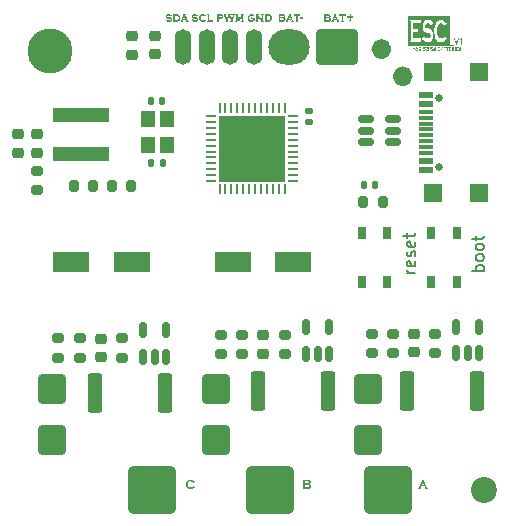
<source format=gts>
%TF.GenerationSoftware,KiCad,Pcbnew,9.0.0*%
%TF.CreationDate,2025-04-09T22:07:22+02:00*%
%TF.ProjectId,ESC,4553432e-6b69-4636-9164-5f7063625858,rev?*%
%TF.SameCoordinates,Original*%
%TF.FileFunction,Soldermask,Top*%
%TF.FilePolarity,Negative*%
%FSLAX45Y45*%
G04 Gerber Fmt 4.5, Leading zero omitted, Abs format (unit mm)*
G04 Created by KiCad (PCBNEW 9.0.0) date 2025-04-09 22:07:22*
%MOMM*%
%LPD*%
G01*
G04 APERTURE LIST*
G04 Aperture macros list*
%AMRoundRect*
0 Rectangle with rounded corners*
0 $1 Rounding radius*
0 $2 $3 $4 $5 $6 $7 $8 $9 X,Y pos of 4 corners*
0 Add a 4 corners polygon primitive as box body*
4,1,4,$2,$3,$4,$5,$6,$7,$8,$9,$2,$3,0*
0 Add four circle primitives for the rounded corners*
1,1,$1+$1,$2,$3*
1,1,$1+$1,$4,$5*
1,1,$1+$1,$6,$7*
1,1,$1+$1,$8,$9*
0 Add four rect primitives between the rounded corners*
20,1,$1+$1,$2,$3,$4,$5,0*
20,1,$1+$1,$4,$5,$6,$7,0*
20,1,$1+$1,$6,$7,$8,$9,0*
20,1,$1+$1,$8,$9,$2,$3,0*%
G04 Aperture macros list end*
%ADD10C,0.856637*%
%ADD11C,0.150000*%
%ADD12C,0.140000*%
%ADD13C,0.100000*%
%ADD14C,0.062500*%
%ADD15C,0.075000*%
%ADD16RoundRect,0.333333X1.666667X1.666667X-1.666667X1.666667X-1.666667X-1.666667X1.666667X-1.666667X0*%
%ADD17R,3.150000X1.800000*%
%ADD18RoundRect,0.218750X-0.256250X0.218750X-0.256250X-0.218750X0.256250X-0.218750X0.256250X0.218750X0*%
%ADD19RoundRect,0.225000X0.250000X-0.225000X0.250000X0.225000X-0.250000X0.225000X-0.250000X-0.225000X0*%
%ADD20R,0.650000X1.050000*%
%ADD21RoundRect,0.200000X0.200000X0.275000X-0.200000X0.275000X-0.200000X-0.275000X0.200000X-0.275000X0*%
%ADD22RoundRect,0.200000X-0.275000X0.200000X-0.275000X-0.200000X0.275000X-0.200000X0.275000X0.200000X0*%
%ADD23C,3.800000*%
%ADD24R,4.700000X1.180000*%
%ADD25RoundRect,0.062500X-0.375000X-0.062500X0.375000X-0.062500X0.375000X0.062500X-0.375000X0.062500X0*%
%ADD26RoundRect,0.062500X-0.062500X-0.375000X0.062500X-0.375000X0.062500X0.375000X-0.062500X0.375000X0*%
%ADD27R,5.600000X5.600000*%
%ADD28RoundRect,0.225000X-0.250000X0.225000X-0.250000X-0.225000X0.250000X-0.225000X0.250000X0.225000X0*%
%ADD29RoundRect,0.250000X0.362500X1.425000X-0.362500X1.425000X-0.362500X-1.425000X0.362500X-1.425000X0*%
%ADD30RoundRect,0.150000X0.150000X-0.512500X0.150000X0.512500X-0.150000X0.512500X-0.150000X-0.512500X0*%
%ADD31RoundRect,0.200000X0.275000X-0.200000X0.275000X0.200000X-0.275000X0.200000X-0.275000X-0.200000X0*%
%ADD32RoundRect,0.150000X0.512500X0.150000X-0.512500X0.150000X-0.512500X-0.150000X0.512500X-0.150000X0*%
%ADD33C,2.200000*%
%ADD34RoundRect,0.250000X0.900000X-1.000000X0.900000X1.000000X-0.900000X1.000000X-0.900000X-1.000000X0*%
%ADD35RoundRect,0.200000X-0.200000X-0.275000X0.200000X-0.275000X0.200000X0.275000X-0.200000X0.275000X0*%
%ADD36RoundRect,0.140000X0.140000X0.170000X-0.140000X0.170000X-0.140000X-0.170000X0.140000X-0.170000X0*%
%ADD37C,0.650000*%
%ADD38R,1.150000X0.600000*%
%ADD39R,1.150000X0.300000*%
%ADD40R,1.500000X1.500000*%
%ADD41RoundRect,0.140000X0.170000X-0.140000X0.170000X0.140000X-0.170000X0.140000X-0.170000X-0.140000X0*%
%ADD42O,1.400000X3.000000*%
%ADD43RoundRect,0.250000X1.500000X1.250000X-1.500000X1.250000X-1.500000X-1.250000X1.500000X-1.250000X0*%
%ADD44O,3.500000X3.000000*%
%ADD45RoundRect,0.140000X-0.140000X-0.170000X0.140000X-0.170000X0.140000X0.170000X-0.140000X0.170000X0*%
%ADD46R,1.150000X1.400000*%
G04 APERTURE END LIST*
D10*
X5122832Y-2370000D02*
G75*
G02*
X5037168Y-2370000I-42832J0D01*
G01*
X5037168Y-2370000D02*
G75*
G02*
X5122832Y-2370000I42832J0D01*
G01*
X5302832Y-2600000D02*
G75*
G02*
X5217168Y-2600000I-42832J0D01*
G01*
X5217168Y-2600000D02*
G75*
G02*
X5302832Y-2600000I42832J0D01*
G01*
D11*
X5946982Y-4246322D02*
X5846982Y-4246322D01*
X5885077Y-4246322D02*
X5880315Y-4236798D01*
X5880315Y-4236798D02*
X5880315Y-4217751D01*
X5880315Y-4217751D02*
X5885077Y-4208227D01*
X5885077Y-4208227D02*
X5889839Y-4203465D01*
X5889839Y-4203465D02*
X5899363Y-4198703D01*
X5899363Y-4198703D02*
X5927934Y-4198703D01*
X5927934Y-4198703D02*
X5937458Y-4203465D01*
X5937458Y-4203465D02*
X5942220Y-4208227D01*
X5942220Y-4208227D02*
X5946982Y-4217751D01*
X5946982Y-4217751D02*
X5946982Y-4236798D01*
X5946982Y-4236798D02*
X5942220Y-4246322D01*
X5946982Y-4141560D02*
X5942220Y-4151084D01*
X5942220Y-4151084D02*
X5937458Y-4155846D01*
X5937458Y-4155846D02*
X5927934Y-4160608D01*
X5927934Y-4160608D02*
X5899363Y-4160608D01*
X5899363Y-4160608D02*
X5889839Y-4155846D01*
X5889839Y-4155846D02*
X5885077Y-4151084D01*
X5885077Y-4151084D02*
X5880315Y-4141560D01*
X5880315Y-4141560D02*
X5880315Y-4127274D01*
X5880315Y-4127274D02*
X5885077Y-4117751D01*
X5885077Y-4117751D02*
X5889839Y-4112989D01*
X5889839Y-4112989D02*
X5899363Y-4108227D01*
X5899363Y-4108227D02*
X5927934Y-4108227D01*
X5927934Y-4108227D02*
X5937458Y-4112989D01*
X5937458Y-4112989D02*
X5942220Y-4117751D01*
X5942220Y-4117751D02*
X5946982Y-4127274D01*
X5946982Y-4127274D02*
X5946982Y-4141560D01*
X5946982Y-4051084D02*
X5942220Y-4060608D01*
X5942220Y-4060608D02*
X5937458Y-4065370D01*
X5937458Y-4065370D02*
X5927934Y-4070131D01*
X5927934Y-4070131D02*
X5899363Y-4070131D01*
X5899363Y-4070131D02*
X5889839Y-4065370D01*
X5889839Y-4065370D02*
X5885077Y-4060608D01*
X5885077Y-4060608D02*
X5880315Y-4051084D01*
X5880315Y-4051084D02*
X5880315Y-4036798D01*
X5880315Y-4036798D02*
X5885077Y-4027274D01*
X5885077Y-4027274D02*
X5889839Y-4022512D01*
X5889839Y-4022512D02*
X5899363Y-4017751D01*
X5899363Y-4017751D02*
X5927934Y-4017751D01*
X5927934Y-4017751D02*
X5937458Y-4022512D01*
X5937458Y-4022512D02*
X5942220Y-4027274D01*
X5942220Y-4027274D02*
X5946982Y-4036798D01*
X5946982Y-4036798D02*
X5946982Y-4051084D01*
X5880315Y-3989179D02*
X5880315Y-3951084D01*
X5846982Y-3974893D02*
X5932696Y-3974893D01*
X5932696Y-3974893D02*
X5942220Y-3970131D01*
X5942220Y-3970131D02*
X5946982Y-3960608D01*
X5946982Y-3960608D02*
X5946982Y-3951084D01*
X5366982Y-4266322D02*
X5300315Y-4266322D01*
X5319363Y-4266322D02*
X5309839Y-4261560D01*
X5309839Y-4261560D02*
X5305077Y-4256798D01*
X5305077Y-4256798D02*
X5300315Y-4247274D01*
X5300315Y-4247274D02*
X5300315Y-4237751D01*
X5362220Y-4166322D02*
X5366982Y-4175846D01*
X5366982Y-4175846D02*
X5366982Y-4194893D01*
X5366982Y-4194893D02*
X5362220Y-4204417D01*
X5362220Y-4204417D02*
X5352696Y-4209179D01*
X5352696Y-4209179D02*
X5314601Y-4209179D01*
X5314601Y-4209179D02*
X5305077Y-4204417D01*
X5305077Y-4204417D02*
X5300315Y-4194893D01*
X5300315Y-4194893D02*
X5300315Y-4175846D01*
X5300315Y-4175846D02*
X5305077Y-4166322D01*
X5305077Y-4166322D02*
X5314601Y-4161560D01*
X5314601Y-4161560D02*
X5324125Y-4161560D01*
X5324125Y-4161560D02*
X5333649Y-4209179D01*
X5362220Y-4123465D02*
X5366982Y-4113941D01*
X5366982Y-4113941D02*
X5366982Y-4094893D01*
X5366982Y-4094893D02*
X5362220Y-4085370D01*
X5362220Y-4085370D02*
X5352696Y-4080608D01*
X5352696Y-4080608D02*
X5347934Y-4080608D01*
X5347934Y-4080608D02*
X5338410Y-4085370D01*
X5338410Y-4085370D02*
X5333649Y-4094893D01*
X5333649Y-4094893D02*
X5333649Y-4109179D01*
X5333649Y-4109179D02*
X5328887Y-4118703D01*
X5328887Y-4118703D02*
X5319363Y-4123465D01*
X5319363Y-4123465D02*
X5314601Y-4123465D01*
X5314601Y-4123465D02*
X5305077Y-4118703D01*
X5305077Y-4118703D02*
X5300315Y-4109179D01*
X5300315Y-4109179D02*
X5300315Y-4094893D01*
X5300315Y-4094893D02*
X5305077Y-4085370D01*
X5362220Y-3999655D02*
X5366982Y-4009179D01*
X5366982Y-4009179D02*
X5366982Y-4028227D01*
X5366982Y-4028227D02*
X5362220Y-4037750D01*
X5362220Y-4037750D02*
X5352696Y-4042512D01*
X5352696Y-4042512D02*
X5314601Y-4042512D01*
X5314601Y-4042512D02*
X5305077Y-4037750D01*
X5305077Y-4037750D02*
X5300315Y-4028227D01*
X5300315Y-4028227D02*
X5300315Y-4009179D01*
X5300315Y-4009179D02*
X5305077Y-3999655D01*
X5305077Y-3999655D02*
X5314601Y-3994893D01*
X5314601Y-3994893D02*
X5324125Y-3994893D01*
X5324125Y-3994893D02*
X5333649Y-4042512D01*
X5300315Y-3966322D02*
X5300315Y-3928227D01*
X5266982Y-3952036D02*
X5352696Y-3952036D01*
X5352696Y-3952036D02*
X5362220Y-3947274D01*
X5362220Y-3947274D02*
X5366982Y-3937750D01*
X5366982Y-3937750D02*
X5366982Y-3928227D01*
D12*
G36*
X3489315Y-6065193D02*
G01*
X3498556Y-6081122D01*
X3497112Y-6082270D01*
X3495751Y-6081092D01*
X3494923Y-6080805D01*
X3493784Y-6081214D01*
X3490162Y-6083413D01*
X3482141Y-6088197D01*
X3476287Y-6090755D01*
X3470366Y-6092141D01*
X3462888Y-6092650D01*
X3455138Y-6092072D01*
X3448416Y-6090429D01*
X3442566Y-6087813D01*
X3437460Y-6084258D01*
X3433820Y-6080728D01*
X3430759Y-6076700D01*
X3428241Y-6072129D01*
X3426093Y-6066462D01*
X3424794Y-6060401D01*
X3424351Y-6053855D01*
X3424802Y-6047159D01*
X3426118Y-6041051D01*
X3428279Y-6035428D01*
X3431314Y-6030207D01*
X3434976Y-6025725D01*
X3439176Y-6022044D01*
X3443975Y-6019123D01*
X3449458Y-6016960D01*
X3455735Y-6015597D01*
X3462935Y-6015118D01*
X3470406Y-6015618D01*
X3476266Y-6016974D01*
X3482069Y-6019489D01*
X3490162Y-6024272D01*
X3493778Y-6026412D01*
X3494923Y-6026812D01*
X3495751Y-6026526D01*
X3497112Y-6025352D01*
X3498556Y-6026490D01*
X3489320Y-6042317D01*
X3487845Y-6041213D01*
X3487952Y-6039689D01*
X3487677Y-6038277D01*
X3486781Y-6036856D01*
X3485340Y-6035525D01*
X3482571Y-6033597D01*
X3476803Y-6030612D01*
X3470874Y-6028841D01*
X3464704Y-6028248D01*
X3459132Y-6028690D01*
X3454404Y-6029935D01*
X3450381Y-6031904D01*
X3446953Y-6034569D01*
X3443526Y-6038573D01*
X3441125Y-6043052D01*
X3439666Y-6048105D01*
X3439161Y-6053884D01*
X3439666Y-6059663D01*
X3441125Y-6064716D01*
X3443526Y-6069195D01*
X3446953Y-6073199D01*
X3450381Y-6075865D01*
X3454404Y-6077833D01*
X3459132Y-6079078D01*
X3464704Y-6079520D01*
X3470870Y-6078917D01*
X3476797Y-6077115D01*
X3482566Y-6074073D01*
X3485336Y-6072110D01*
X3486781Y-6070756D01*
X3487676Y-6069311D01*
X3487952Y-6067870D01*
X3487845Y-6066380D01*
X3489315Y-6065193D01*
G37*
G36*
X4464337Y-6016678D02*
G01*
X4468542Y-6017468D01*
X4472230Y-6018969D01*
X4475381Y-6021209D01*
X4477899Y-6024061D01*
X4479701Y-6027446D01*
X4480822Y-6031470D01*
X4481219Y-6036294D01*
X4480854Y-6040561D01*
X4479814Y-6044153D01*
X4478132Y-6047209D01*
X4475760Y-6049817D01*
X4472581Y-6052008D01*
X4476584Y-6054302D01*
X4479540Y-6057150D01*
X4481624Y-6060576D01*
X4482913Y-6064692D01*
X4483369Y-6069687D01*
X4482940Y-6074716D01*
X4481715Y-6078999D01*
X4479724Y-6082688D01*
X4476911Y-6085880D01*
X4473411Y-6088382D01*
X4469333Y-6090105D01*
X4464773Y-6091045D01*
X4458703Y-6091400D01*
X4413951Y-6091400D01*
X4413951Y-6089251D01*
X4415550Y-6088557D01*
X4416370Y-6087853D01*
X4416835Y-6086881D01*
X4417012Y-6085387D01*
X4417012Y-6078895D01*
X4431535Y-6078895D01*
X4455595Y-6078895D01*
X4460074Y-6078596D01*
X4463167Y-6077833D01*
X4465229Y-6076755D01*
X4467037Y-6074841D01*
X4468153Y-6072245D01*
X4468559Y-6068734D01*
X4468156Y-6065257D01*
X4467042Y-6062657D01*
X4465229Y-6060713D01*
X4463196Y-6059639D01*
X4460108Y-6058874D01*
X4455595Y-6058574D01*
X4431535Y-6058574D01*
X4431535Y-6078895D01*
X4417012Y-6078895D01*
X4417012Y-6046068D01*
X4431535Y-6046068D01*
X4456407Y-6046068D01*
X4460176Y-6045799D01*
X4462677Y-6045119D01*
X4464263Y-6044173D01*
X4465601Y-6042541D01*
X4466438Y-6040366D01*
X4466742Y-6037471D01*
X4466444Y-6034494D01*
X4465645Y-6032360D01*
X4464396Y-6030847D01*
X4462723Y-6029854D01*
X4460167Y-6029150D01*
X4456407Y-6028874D01*
X4431535Y-6028874D01*
X4431535Y-6046068D01*
X4417012Y-6046068D01*
X4417012Y-6022382D01*
X4416834Y-6020888D01*
X4416370Y-6019920D01*
X4415550Y-6019213D01*
X4413951Y-6018518D01*
X4413951Y-6016368D01*
X4458271Y-6016368D01*
X4464337Y-6016678D01*
G37*
G36*
X5444268Y-6018518D02*
G01*
X5442575Y-6019368D01*
X5441719Y-6020390D01*
X5441447Y-6021620D01*
X5441650Y-6023189D01*
X5442344Y-6025151D01*
X5467208Y-6082534D01*
X5468808Y-6085824D01*
X5469943Y-6087477D01*
X5471292Y-6088543D01*
X5473200Y-6089236D01*
X5473200Y-6091400D01*
X5448922Y-6091400D01*
X5448922Y-6089236D01*
X5450794Y-6088533D01*
X5451757Y-6087468D01*
X5452077Y-6085992D01*
X5451887Y-6084781D01*
X5451132Y-6082690D01*
X5446678Y-6072329D01*
X5417199Y-6072329D01*
X5412839Y-6082690D01*
X5412131Y-6084746D01*
X5411946Y-6086051D01*
X5412245Y-6087314D01*
X5413205Y-6088370D01*
X5415147Y-6089246D01*
X5415147Y-6091400D01*
X5393259Y-6091400D01*
X5393259Y-6089241D01*
X5395072Y-6088593D01*
X5396225Y-6087722D01*
X5397165Y-6086352D01*
X5398486Y-6083516D01*
X5407638Y-6061700D01*
X5421584Y-6061700D01*
X5442434Y-6061700D01*
X5432082Y-6035893D01*
X5421584Y-6061700D01*
X5407638Y-6061700D01*
X5422490Y-6026295D01*
X5423388Y-6023699D01*
X5423627Y-6022001D01*
X5423349Y-6020612D01*
X5422492Y-6019467D01*
X5420853Y-6018513D01*
X5420853Y-6016368D01*
X5444268Y-6016368D01*
X5444268Y-6018518D01*
G37*
G36*
X3306505Y-2080551D02*
G01*
X3299923Y-2095133D01*
X3298581Y-2094297D01*
X3298328Y-2092641D01*
X3297624Y-2091484D01*
X3294495Y-2089089D01*
X3289635Y-2086926D01*
X3284306Y-2085576D01*
X3278924Y-2085128D01*
X3274468Y-2085511D01*
X3270743Y-2086584D01*
X3267696Y-2088361D01*
X3266153Y-2090328D01*
X3265669Y-2092563D01*
X3265931Y-2094079D01*
X3266703Y-2095267D01*
X3268101Y-2096202D01*
X3271128Y-2097072D01*
X3277637Y-2097942D01*
X3285194Y-2098591D01*
X3291791Y-2099579D01*
X3296717Y-2101088D01*
X3300316Y-2102983D01*
X3302954Y-2105286D01*
X3305099Y-2108268D01*
X3306407Y-2111122D01*
X3307194Y-2114203D01*
X3307463Y-2117574D01*
X3306996Y-2122045D01*
X3305640Y-2125930D01*
X3303368Y-2129372D01*
X3300034Y-2132443D01*
X3296460Y-2134594D01*
X3292173Y-2136224D01*
X3287046Y-2137274D01*
X3280928Y-2137651D01*
X3274928Y-2137280D01*
X3269044Y-2136174D01*
X3263242Y-2134323D01*
X3257493Y-2131706D01*
X3256257Y-2131330D01*
X3255445Y-2131626D01*
X3254539Y-2132697D01*
X3253112Y-2132033D01*
X3258719Y-2116694D01*
X3260121Y-2117334D01*
X3260121Y-2117882D01*
X3260347Y-2119125D01*
X3261032Y-2120168D01*
X3263921Y-2122213D01*
X3269255Y-2124315D01*
X3275121Y-2125647D01*
X3280839Y-2126083D01*
X3285728Y-2125692D01*
X3289879Y-2124588D01*
X3292785Y-2122991D01*
X3294280Y-2121094D01*
X3294760Y-2118815D01*
X3294410Y-2116968D01*
X3293363Y-2115521D01*
X3291409Y-2114389D01*
X3288663Y-2113686D01*
X3283168Y-2112948D01*
X3275658Y-2112239D01*
X3269942Y-2111555D01*
X3266357Y-2110813D01*
X3263287Y-2109701D01*
X3260728Y-2108224D01*
X3257985Y-2105628D01*
X3255898Y-2102211D01*
X3254599Y-2098253D01*
X3254159Y-2093882D01*
X3254650Y-2089043D01*
X3256060Y-2084947D01*
X3258393Y-2081427D01*
X3261780Y-2078392D01*
X3265295Y-2076348D01*
X3269267Y-2074840D01*
X3273766Y-2073893D01*
X3278872Y-2073561D01*
X3284276Y-2073924D01*
X3289161Y-2074973D01*
X3294104Y-2076791D01*
X3300547Y-2079921D01*
X3303214Y-2080952D01*
X3303949Y-2080707D01*
X3305159Y-2079706D01*
X3306505Y-2080551D01*
G37*
G36*
X3353120Y-2075178D02*
G01*
X3358192Y-2076160D01*
X3362058Y-2077616D01*
X3365801Y-2079944D01*
X3368925Y-2082872D01*
X3371500Y-2086437D01*
X3373556Y-2090717D01*
X3374883Y-2095053D01*
X3375717Y-2099983D01*
X3376009Y-2105606D01*
X3375636Y-2111979D01*
X3374582Y-2117425D01*
X3372913Y-2122090D01*
X3370654Y-2126093D01*
X3367785Y-2129522D01*
X3363782Y-2132632D01*
X3359053Y-2134778D01*
X3353717Y-2135955D01*
X3346559Y-2136400D01*
X3315003Y-2136400D01*
X3315003Y-2134246D01*
X3316560Y-2133593D01*
X3317401Y-2132863D01*
X3317883Y-2131854D01*
X3318063Y-2130367D01*
X3318063Y-2125145D01*
X3331155Y-2125145D01*
X3344692Y-2125145D01*
X3349447Y-2124775D01*
X3353166Y-2123767D01*
X3356053Y-2122236D01*
X3358271Y-2120231D01*
X3360125Y-2117525D01*
X3361495Y-2114266D01*
X3362366Y-2110341D01*
X3362678Y-2105606D01*
X3362366Y-2100871D01*
X3361495Y-2096946D01*
X3360125Y-2093687D01*
X3358271Y-2090981D01*
X3355860Y-2088785D01*
X3352868Y-2087244D01*
X3349418Y-2086391D01*
X3344692Y-2086066D01*
X3331155Y-2086066D01*
X3331155Y-2125145D01*
X3318063Y-2125145D01*
X3318063Y-2080844D01*
X3317886Y-2079364D01*
X3317422Y-2078402D01*
X3316603Y-2077693D01*
X3315003Y-2076961D01*
X3315003Y-2074812D01*
X3346559Y-2074812D01*
X3353120Y-2075178D01*
G37*
G36*
X3423329Y-2076951D02*
G01*
X3421783Y-2077953D01*
X3420964Y-2079124D01*
X3420696Y-2080522D01*
X3420953Y-2082326D01*
X3421876Y-2084826D01*
X3442153Y-2128237D01*
X3443792Y-2131399D01*
X3444748Y-2132771D01*
X3445866Y-2133602D01*
X3447714Y-2134241D01*
X3447714Y-2136400D01*
X3425590Y-2136400D01*
X3425590Y-2134236D01*
X3427435Y-2133542D01*
X3428384Y-2132496D01*
X3428698Y-2131051D01*
X3428443Y-2129345D01*
X3427518Y-2126938D01*
X3424594Y-2120768D01*
X3400133Y-2120768D01*
X3397397Y-2127339D01*
X3396611Y-2129612D01*
X3396406Y-2131036D01*
X3396711Y-2132435D01*
X3397644Y-2133489D01*
X3399466Y-2134241D01*
X3399466Y-2136400D01*
X3379493Y-2136400D01*
X3379493Y-2134236D01*
X3381218Y-2133718D01*
X3382245Y-2133005D01*
X3383079Y-2131845D01*
X3384288Y-2129434D01*
X3391898Y-2112015D01*
X3403950Y-2112015D01*
X3420572Y-2112015D01*
X3412054Y-2093506D01*
X3403950Y-2112015D01*
X3391898Y-2112015D01*
X3403843Y-2084669D01*
X3404686Y-2082208D01*
X3404929Y-2080302D01*
X3404673Y-2079082D01*
X3403856Y-2077980D01*
X3402253Y-2076951D01*
X3402253Y-2074812D01*
X3423329Y-2074812D01*
X3423329Y-2076951D01*
G37*
G36*
X3528219Y-2080551D02*
G01*
X3521637Y-2095133D01*
X3520295Y-2094297D01*
X3520042Y-2092641D01*
X3519337Y-2091484D01*
X3516209Y-2089089D01*
X3511349Y-2086926D01*
X3506020Y-2085576D01*
X3500638Y-2085128D01*
X3496182Y-2085511D01*
X3492457Y-2086584D01*
X3489410Y-2088361D01*
X3487867Y-2090328D01*
X3487383Y-2092563D01*
X3487645Y-2094079D01*
X3488417Y-2095267D01*
X3489815Y-2096202D01*
X3492841Y-2097072D01*
X3499351Y-2097942D01*
X3506908Y-2098591D01*
X3513505Y-2099579D01*
X3518431Y-2101088D01*
X3522030Y-2102983D01*
X3524668Y-2105286D01*
X3526813Y-2108268D01*
X3528121Y-2111122D01*
X3528908Y-2114203D01*
X3529177Y-2117574D01*
X3528710Y-2122045D01*
X3527354Y-2125930D01*
X3525082Y-2129372D01*
X3521748Y-2132443D01*
X3518174Y-2134594D01*
X3513887Y-2136224D01*
X3508760Y-2137274D01*
X3502642Y-2137651D01*
X3496642Y-2137280D01*
X3490758Y-2136174D01*
X3484956Y-2134323D01*
X3479207Y-2131706D01*
X3477971Y-2131330D01*
X3477159Y-2131626D01*
X3476253Y-2132697D01*
X3474825Y-2132033D01*
X3480433Y-2116694D01*
X3481835Y-2117334D01*
X3481835Y-2117882D01*
X3482061Y-2119125D01*
X3482746Y-2120168D01*
X3485635Y-2122213D01*
X3490969Y-2124315D01*
X3496835Y-2125647D01*
X3502552Y-2126083D01*
X3507441Y-2125692D01*
X3511593Y-2124588D01*
X3514499Y-2122991D01*
X3515994Y-2121094D01*
X3516474Y-2118815D01*
X3516124Y-2116968D01*
X3515077Y-2115521D01*
X3513123Y-2114389D01*
X3510377Y-2113686D01*
X3504882Y-2112948D01*
X3497372Y-2112239D01*
X3491656Y-2111555D01*
X3488071Y-2110813D01*
X3485001Y-2109701D01*
X3482442Y-2108224D01*
X3479699Y-2105628D01*
X3477612Y-2102211D01*
X3476313Y-2098253D01*
X3475873Y-2093882D01*
X3476364Y-2089043D01*
X3477774Y-2084947D01*
X3480107Y-2081427D01*
X3483494Y-2078392D01*
X3487009Y-2076348D01*
X3490981Y-2074840D01*
X3495480Y-2073893D01*
X3500586Y-2073561D01*
X3505990Y-2073924D01*
X3510874Y-2074973D01*
X3515818Y-2076791D01*
X3522261Y-2079921D01*
X3524928Y-2080952D01*
X3525663Y-2080707D01*
X3526873Y-2079706D01*
X3528219Y-2080551D01*
G37*
G36*
X3589243Y-2114008D02*
G01*
X3597484Y-2127842D01*
X3596197Y-2128912D01*
X3595049Y-2128147D01*
X3594380Y-2127959D01*
X3593390Y-2128289D01*
X3590670Y-2129942D01*
X3584205Y-2133766D01*
X3579066Y-2135970D01*
X3573815Y-2137206D01*
X3567457Y-2137651D01*
X3560880Y-2137154D01*
X3555201Y-2135745D01*
X3550280Y-2133506D01*
X3546005Y-2130465D01*
X3543083Y-2127497D01*
X3540591Y-2124072D01*
X3538507Y-2120148D01*
X3536857Y-2115579D01*
X3535862Y-2110753D01*
X3535524Y-2105606D01*
X3535876Y-2100287D01*
X3536907Y-2095379D01*
X3538606Y-2090806D01*
X3540999Y-2086511D01*
X3544026Y-2082657D01*
X3547510Y-2079498D01*
X3551502Y-2076994D01*
X3556075Y-2075140D01*
X3561325Y-2073972D01*
X3567363Y-2073561D01*
X3573728Y-2074017D01*
X3579044Y-2075290D01*
X3584236Y-2077556D01*
X3590675Y-2081479D01*
X3593392Y-2083174D01*
X3594380Y-2083512D01*
X3595048Y-2083318D01*
X3596201Y-2082525D01*
X3597479Y-2083692D01*
X3589247Y-2097331D01*
X3588020Y-2096300D01*
X3588127Y-2095362D01*
X3588170Y-2094678D01*
X3587716Y-2093230D01*
X3585930Y-2091314D01*
X3581793Y-2088685D01*
X3577659Y-2086861D01*
X3573580Y-2085793D01*
X3569513Y-2085441D01*
X3565210Y-2085794D01*
X3561455Y-2086802D01*
X3558160Y-2088418D01*
X3555254Y-2090639D01*
X3552411Y-2093820D01*
X3550442Y-2097321D01*
X3549258Y-2101211D01*
X3548851Y-2105606D01*
X3549259Y-2110029D01*
X3550444Y-2113937D01*
X3552413Y-2117446D01*
X3555254Y-2120627D01*
X3558183Y-2122827D01*
X3561488Y-2124427D01*
X3565237Y-2125423D01*
X3569513Y-2125771D01*
X3573943Y-2125354D01*
X3578416Y-2124087D01*
X3582985Y-2121907D01*
X3586339Y-2119592D01*
X3587797Y-2117928D01*
X3588170Y-2116690D01*
X3588016Y-2115092D01*
X3589243Y-2114008D01*
G37*
G36*
X3621120Y-2125145D02*
G01*
X3650963Y-2125145D01*
X3652318Y-2124948D01*
X3653173Y-2124442D01*
X3653800Y-2123522D01*
X3654447Y-2121706D01*
X3655977Y-2121706D01*
X3655977Y-2139839D01*
X3654447Y-2139839D01*
X3653833Y-2138047D01*
X3653194Y-2137118D01*
X3652320Y-2136600D01*
X3650963Y-2136400D01*
X3604968Y-2136400D01*
X3604968Y-2134246D01*
X3606525Y-2133593D01*
X3607366Y-2132863D01*
X3607848Y-2131854D01*
X3608028Y-2130367D01*
X3608028Y-2080844D01*
X3607851Y-2079364D01*
X3607387Y-2078402D01*
X3606568Y-2077693D01*
X3604968Y-2076961D01*
X3604968Y-2074812D01*
X3624181Y-2074812D01*
X3624181Y-2076961D01*
X3622584Y-2077661D01*
X3621757Y-2078387D01*
X3621295Y-2079380D01*
X3621120Y-2080879D01*
X3621120Y-2125145D01*
G37*
G36*
X3727642Y-2075284D02*
G01*
X3732740Y-2076528D01*
X3736414Y-2078343D01*
X3739155Y-2080837D01*
X3741248Y-2084235D01*
X3742542Y-2088229D01*
X3742988Y-2092788D01*
X3742610Y-2097238D01*
X3741550Y-2100876D01*
X3739855Y-2103870D01*
X3737487Y-2106329D01*
X3734708Y-2108107D01*
X3731115Y-2109498D01*
X3726521Y-2110423D01*
X3720710Y-2110764D01*
X3701818Y-2110764D01*
X3701818Y-2130255D01*
X3701993Y-2131763D01*
X3702455Y-2132761D01*
X3703281Y-2133502D01*
X3704878Y-2134251D01*
X3704878Y-2136400D01*
X3685666Y-2136400D01*
X3685666Y-2134246D01*
X3687223Y-2133593D01*
X3688063Y-2132863D01*
X3688546Y-2131854D01*
X3688726Y-2130367D01*
X3688726Y-2099510D01*
X3701818Y-2099510D01*
X3719945Y-2099510D01*
X3724545Y-2099180D01*
X3726869Y-2098440D01*
X3728400Y-2097160D01*
X3729324Y-2095340D01*
X3729660Y-2092788D01*
X3729324Y-2090236D01*
X3728400Y-2088415D01*
X3726869Y-2087136D01*
X3724581Y-2086398D01*
X3719945Y-2086066D01*
X3701818Y-2086066D01*
X3701818Y-2099510D01*
X3688726Y-2099510D01*
X3688726Y-2080844D01*
X3688549Y-2079364D01*
X3688085Y-2078402D01*
X3687266Y-2077693D01*
X3685666Y-2076961D01*
X3685666Y-2074812D01*
X3720710Y-2074812D01*
X3727642Y-2075284D01*
G37*
G36*
X3791851Y-2094229D02*
G01*
X3780268Y-2126757D01*
X3779601Y-2129079D01*
X3779417Y-2130694D01*
X3779749Y-2132334D01*
X3780725Y-2133489D01*
X3782571Y-2134236D01*
X3782571Y-2136400D01*
X3762359Y-2136400D01*
X3762359Y-2134246D01*
X3764027Y-2133432D01*
X3764922Y-2132275D01*
X3765227Y-2130694D01*
X3765048Y-2129160D01*
X3764376Y-2126757D01*
X3750220Y-2085490D01*
X3748575Y-2081192D01*
X3747501Y-2079193D01*
X3746164Y-2077899D01*
X3744090Y-2076966D01*
X3744090Y-2074812D01*
X3764735Y-2074812D01*
X3764735Y-2076956D01*
X3762947Y-2077909D01*
X3762050Y-2078994D01*
X3761769Y-2080248D01*
X3761951Y-2081526D01*
X3762718Y-2084078D01*
X3772630Y-2112288D01*
X3782499Y-2084293D01*
X3783216Y-2081902D01*
X3783401Y-2080463D01*
X3783084Y-2079007D01*
X3782107Y-2077856D01*
X3780195Y-2076966D01*
X3780195Y-2074812D01*
X3804280Y-2074812D01*
X3804280Y-2076956D01*
X3802431Y-2077966D01*
X3801479Y-2079172D01*
X3801173Y-2080625D01*
X3801336Y-2081899D01*
X3801977Y-2084078D01*
X3811602Y-2112279D01*
X3821228Y-2083810D01*
X3821701Y-2081987D01*
X3821839Y-2080571D01*
X3821666Y-2079244D01*
X3821202Y-2078348D01*
X3820386Y-2077683D01*
X3818736Y-2076961D01*
X3818736Y-2074812D01*
X3839855Y-2074812D01*
X3839855Y-2076951D01*
X3837695Y-2078134D01*
X3836397Y-2079408D01*
X3835361Y-2081302D01*
X3833726Y-2085490D01*
X3819381Y-2126757D01*
X3818797Y-2128896D01*
X3818625Y-2130587D01*
X3818968Y-2132287D01*
X3819975Y-2133476D01*
X3821877Y-2134236D01*
X3821877Y-2136400D01*
X3800852Y-2136400D01*
X3800852Y-2134251D01*
X3802637Y-2133324D01*
X3803589Y-2132074D01*
X3803908Y-2130426D01*
X3802866Y-2126757D01*
X3791851Y-2094229D01*
G37*
G36*
X3877879Y-2136556D02*
G01*
X3858508Y-2096720D01*
X3858508Y-2130323D01*
X3858682Y-2131804D01*
X3859145Y-2132790D01*
X3859970Y-2133517D01*
X3861568Y-2134251D01*
X3861568Y-2136400D01*
X3843505Y-2136400D01*
X3843505Y-2134246D01*
X3845062Y-2133593D01*
X3845903Y-2132863D01*
X3846385Y-2131854D01*
X3846565Y-2130367D01*
X3846565Y-2080844D01*
X3846389Y-2079360D01*
X3845924Y-2078378D01*
X3845102Y-2077657D01*
X3843505Y-2076961D01*
X3843505Y-2074812D01*
X3866398Y-2074812D01*
X3866398Y-2076956D01*
X3865093Y-2077697D01*
X3864390Y-2078667D01*
X3864154Y-2079926D01*
X3864502Y-2082163D01*
X3865761Y-2085255D01*
X3878981Y-2112430D01*
X3892300Y-2085632D01*
X3894154Y-2081623D01*
X3894578Y-2079653D01*
X3894336Y-2078466D01*
X3893611Y-2077589D01*
X3892232Y-2076971D01*
X3892232Y-2074812D01*
X3914552Y-2074812D01*
X3914552Y-2076961D01*
X3912954Y-2077655D01*
X3912128Y-2078373D01*
X3911666Y-2079355D01*
X3911491Y-2080840D01*
X3911491Y-2130318D01*
X3911665Y-2131803D01*
X3912128Y-2132810D01*
X3912957Y-2133550D01*
X3914552Y-2134251D01*
X3914552Y-2136400D01*
X3895343Y-2136400D01*
X3895343Y-2134246D01*
X3896900Y-2133593D01*
X3897741Y-2132863D01*
X3898223Y-2131854D01*
X3898404Y-2130372D01*
X3898404Y-2096691D01*
X3877879Y-2136556D01*
G37*
G36*
X3996506Y-2112953D02*
G01*
X3984449Y-2112953D01*
X3983090Y-2113152D01*
X3982213Y-2113671D01*
X3981577Y-2114599D01*
X3980965Y-2116392D01*
X3979435Y-2116392D01*
X3979435Y-2099822D01*
X3980965Y-2099822D01*
X3981575Y-2101596D01*
X3982213Y-2102533D01*
X3983091Y-2103059D01*
X3984449Y-2103261D01*
X4010073Y-2103261D01*
X4010073Y-2105410D01*
X4008529Y-2106127D01*
X4007675Y-2106954D01*
X4007195Y-2108077D01*
X4007012Y-2109773D01*
X4007012Y-2122507D01*
X4007192Y-2123990D01*
X4007675Y-2124999D01*
X4008515Y-2125742D01*
X4010073Y-2126435D01*
X4010073Y-2127895D01*
X4002049Y-2132274D01*
X3994244Y-2135297D01*
X3986597Y-2137068D01*
X3979046Y-2137651D01*
X3972363Y-2137151D01*
X3966629Y-2135736D01*
X3961698Y-2133496D01*
X3957448Y-2130465D01*
X3954663Y-2127629D01*
X3952266Y-2124384D01*
X3950237Y-2120695D01*
X3948444Y-2115974D01*
X3947375Y-2111075D01*
X3947015Y-2105933D01*
X3947387Y-2100610D01*
X3948483Y-2095663D01*
X3950301Y-2091017D01*
X3952879Y-2086613D01*
X3956077Y-2082714D01*
X3959711Y-2079524D01*
X3963829Y-2077000D01*
X3968498Y-2075139D01*
X3973807Y-2073971D01*
X3979858Y-2073561D01*
X3985016Y-2073956D01*
X3990919Y-2075225D01*
X3997686Y-2077518D01*
X4002285Y-2079037D01*
X4003071Y-2078845D01*
X4004187Y-2078133D01*
X4005525Y-2078964D01*
X3999049Y-2094654D01*
X3997703Y-2093882D01*
X3997703Y-2093457D01*
X3997422Y-2092341D01*
X3996411Y-2091033D01*
X3994237Y-2089427D01*
X3989780Y-2087212D01*
X3985136Y-2085887D01*
X3980243Y-2085441D01*
X3975974Y-2085805D01*
X3972256Y-2086843D01*
X3968998Y-2088512D01*
X3966129Y-2090810D01*
X3963611Y-2093851D01*
X3961824Y-2097330D01*
X3960726Y-2101332D01*
X3960342Y-2105987D01*
X3960692Y-2110362D01*
X3961693Y-2114133D01*
X3963319Y-2117417D01*
X3965603Y-2120295D01*
X3968419Y-2122585D01*
X3971811Y-2124290D01*
X3975895Y-2125380D01*
X3980815Y-2125771D01*
X3986969Y-2125300D01*
X3992145Y-2123980D01*
X3996506Y-2121907D01*
X3996506Y-2112953D01*
G37*
G36*
X4033718Y-2096354D02*
G01*
X4033718Y-2130318D01*
X4033898Y-2131805D01*
X4034380Y-2132815D01*
X4035220Y-2133555D01*
X4036778Y-2134251D01*
X4036778Y-2136400D01*
X4018715Y-2136400D01*
X4018715Y-2134246D01*
X4020272Y-2133593D01*
X4021113Y-2132863D01*
X4021595Y-2131854D01*
X4021776Y-2130367D01*
X4021776Y-2080844D01*
X4021599Y-2079364D01*
X4021134Y-2078402D01*
X4020316Y-2077693D01*
X4018715Y-2076961D01*
X4018715Y-2074812D01*
X4039552Y-2074812D01*
X4039552Y-2076966D01*
X4037887Y-2077848D01*
X4037449Y-2078949D01*
X4037757Y-2080166D01*
X4038937Y-2081865D01*
X4067395Y-2113832D01*
X4067395Y-2080844D01*
X4067219Y-2079360D01*
X4066753Y-2078378D01*
X4065931Y-2077657D01*
X4064334Y-2076961D01*
X4064334Y-2074812D01*
X4082397Y-2074812D01*
X4082397Y-2076961D01*
X4080800Y-2077655D01*
X4079974Y-2078373D01*
X4079512Y-2079355D01*
X4079337Y-2080840D01*
X4079337Y-2130318D01*
X4079512Y-2131799D01*
X4079974Y-2132785D01*
X4080799Y-2133513D01*
X4082397Y-2134251D01*
X4082397Y-2136400D01*
X4062949Y-2136400D01*
X4062949Y-2134241D01*
X4064616Y-2133451D01*
X4065052Y-2132385D01*
X4064497Y-2130909D01*
X4061889Y-2127778D01*
X4033718Y-2096354D01*
G37*
G36*
X4129665Y-2075178D02*
G01*
X4134738Y-2076160D01*
X4138604Y-2077616D01*
X4142346Y-2079944D01*
X4145471Y-2082872D01*
X4148046Y-2086437D01*
X4150101Y-2090717D01*
X4151429Y-2095053D01*
X4152263Y-2099983D01*
X4152555Y-2105606D01*
X4152182Y-2111979D01*
X4151127Y-2117425D01*
X4149459Y-2122090D01*
X4147200Y-2126093D01*
X4144331Y-2129522D01*
X4140328Y-2132632D01*
X4135599Y-2134778D01*
X4130263Y-2135955D01*
X4123105Y-2136400D01*
X4091548Y-2136400D01*
X4091548Y-2134246D01*
X4093105Y-2133593D01*
X4093946Y-2132863D01*
X4094428Y-2131854D01*
X4094609Y-2130367D01*
X4094609Y-2125145D01*
X4107701Y-2125145D01*
X4121237Y-2125145D01*
X4125993Y-2124775D01*
X4129712Y-2123767D01*
X4132599Y-2122236D01*
X4134817Y-2120231D01*
X4136671Y-2117525D01*
X4138041Y-2114266D01*
X4138912Y-2110341D01*
X4139223Y-2105606D01*
X4138912Y-2100871D01*
X4138041Y-2096946D01*
X4136671Y-2093687D01*
X4134817Y-2090981D01*
X4132405Y-2088785D01*
X4129414Y-2087244D01*
X4125964Y-2086391D01*
X4121237Y-2086066D01*
X4107701Y-2086066D01*
X4107701Y-2125145D01*
X4094609Y-2125145D01*
X4094609Y-2080844D01*
X4094432Y-2079364D01*
X4093968Y-2078402D01*
X4093149Y-2077693D01*
X4091548Y-2076961D01*
X4091548Y-2074812D01*
X4123105Y-2074812D01*
X4129665Y-2075178D01*
G37*
G36*
X4252176Y-2075125D02*
G01*
X4256164Y-2075972D01*
X4259247Y-2077241D01*
X4261600Y-2078861D01*
X4263763Y-2081205D01*
X4265281Y-2083890D01*
X4266209Y-2086984D01*
X4266532Y-2090595D01*
X4266075Y-2094699D01*
X4264814Y-2097785D01*
X4262681Y-2100360D01*
X4259095Y-2103061D01*
X4262539Y-2105190D01*
X4264720Y-2107145D01*
X4266645Y-2110052D01*
X4267833Y-2113593D01*
X4268255Y-2117950D01*
X4267858Y-2122366D01*
X4266728Y-2126097D01*
X4264887Y-2129284D01*
X4262271Y-2132018D01*
X4258545Y-2134341D01*
X4253778Y-2135848D01*
X4247700Y-2136400D01*
X4209449Y-2136400D01*
X4209449Y-2134246D01*
X4211007Y-2133593D01*
X4211847Y-2132863D01*
X4212329Y-2131854D01*
X4212510Y-2130367D01*
X4212510Y-2125145D01*
X4225602Y-2125145D01*
X4245404Y-2125145D01*
X4249225Y-2124729D01*
X4251820Y-2123651D01*
X4253530Y-2122052D01*
X4254558Y-2119904D01*
X4254927Y-2117017D01*
X4254558Y-2114130D01*
X4253530Y-2111982D01*
X4251820Y-2110383D01*
X4249225Y-2109304D01*
X4245404Y-2108888D01*
X4225602Y-2108888D01*
X4225602Y-2125145D01*
X4212510Y-2125145D01*
X4212510Y-2097634D01*
X4225602Y-2097634D01*
X4244926Y-2097634D01*
X4249113Y-2097241D01*
X4251341Y-2096329D01*
X4252348Y-2095291D01*
X4252974Y-2093838D01*
X4253205Y-2091821D01*
X4252978Y-2089841D01*
X4252359Y-2088407D01*
X4251363Y-2087375D01*
X4249151Y-2086463D01*
X4244926Y-2086066D01*
X4225602Y-2086066D01*
X4225602Y-2097634D01*
X4212510Y-2097634D01*
X4212510Y-2080844D01*
X4212333Y-2079364D01*
X4211869Y-2078402D01*
X4211050Y-2077693D01*
X4209449Y-2076961D01*
X4209449Y-2074812D01*
X4247076Y-2074812D01*
X4252176Y-2075125D01*
G37*
G36*
X4315177Y-2076951D02*
G01*
X4313631Y-2077953D01*
X4312812Y-2079124D01*
X4312544Y-2080522D01*
X4312801Y-2082326D01*
X4313724Y-2084826D01*
X4334001Y-2128237D01*
X4335640Y-2131399D01*
X4336596Y-2132771D01*
X4337714Y-2133602D01*
X4339562Y-2134241D01*
X4339562Y-2136400D01*
X4317438Y-2136400D01*
X4317438Y-2134236D01*
X4319283Y-2133542D01*
X4320232Y-2132496D01*
X4320546Y-2131051D01*
X4320291Y-2129345D01*
X4319366Y-2126938D01*
X4316442Y-2120768D01*
X4291981Y-2120768D01*
X4289245Y-2127339D01*
X4288459Y-2129612D01*
X4288254Y-2131036D01*
X4288559Y-2132435D01*
X4289492Y-2133489D01*
X4291314Y-2134241D01*
X4291314Y-2136400D01*
X4271341Y-2136400D01*
X4271341Y-2134236D01*
X4273066Y-2133718D01*
X4274093Y-2133005D01*
X4274927Y-2131845D01*
X4276136Y-2129434D01*
X4283746Y-2112015D01*
X4295798Y-2112015D01*
X4312420Y-2112015D01*
X4303902Y-2093506D01*
X4295798Y-2112015D01*
X4283746Y-2112015D01*
X4295691Y-2084669D01*
X4296534Y-2082208D01*
X4296777Y-2080302D01*
X4296521Y-2079082D01*
X4295704Y-2077980D01*
X4294101Y-2076951D01*
X4294101Y-2074812D01*
X4315177Y-2074812D01*
X4315177Y-2076951D01*
G37*
G36*
X4373589Y-2086066D02*
G01*
X4373589Y-2130284D01*
X4373764Y-2131783D01*
X4374226Y-2132775D01*
X4375051Y-2133508D01*
X4376650Y-2134251D01*
X4376650Y-2136400D01*
X4357441Y-2136400D01*
X4357441Y-2134246D01*
X4358997Y-2133593D01*
X4359839Y-2132854D01*
X4360321Y-2131834D01*
X4360501Y-2130333D01*
X4360501Y-2086066D01*
X4344858Y-2086066D01*
X4343501Y-2086269D01*
X4342622Y-2086799D01*
X4341984Y-2087736D01*
X4341374Y-2089505D01*
X4339844Y-2089505D01*
X4339844Y-2071373D01*
X4341425Y-2071373D01*
X4341993Y-2073122D01*
X4342622Y-2074069D01*
X4343502Y-2074606D01*
X4344858Y-2074812D01*
X4389233Y-2074812D01*
X4390590Y-2074612D01*
X4391464Y-2074094D01*
X4392103Y-2073164D01*
X4392716Y-2071373D01*
X4394247Y-2071373D01*
X4394247Y-2089505D01*
X4392716Y-2089505D01*
X4392105Y-2087736D01*
X4391464Y-2086799D01*
X4390589Y-2086270D01*
X4389233Y-2086066D01*
X4373589Y-2086066D01*
G37*
G36*
X4416845Y-2096071D02*
G01*
X4416845Y-2115141D01*
X4415075Y-2115141D01*
X4414468Y-2113346D01*
X4413848Y-2112420D01*
X4412998Y-2111901D01*
X4411686Y-2111702D01*
X4399923Y-2111702D01*
X4398653Y-2111905D01*
X4397786Y-2112450D01*
X4397157Y-2113392D01*
X4396589Y-2115141D01*
X4394815Y-2115141D01*
X4394815Y-2096071D01*
X4396589Y-2096071D01*
X4397158Y-2097839D01*
X4397786Y-2098777D01*
X4398652Y-2099310D01*
X4399923Y-2099510D01*
X4411686Y-2099510D01*
X4412999Y-2099314D01*
X4413848Y-2098806D01*
X4414466Y-2097885D01*
X4415075Y-2096071D01*
X4416845Y-2096071D01*
G37*
G36*
X4635353Y-2075125D02*
G01*
X4639342Y-2075972D01*
X4642425Y-2077241D01*
X4644777Y-2078861D01*
X4646941Y-2081205D01*
X4648459Y-2083890D01*
X4649387Y-2086984D01*
X4649710Y-2090595D01*
X4649253Y-2094699D01*
X4647992Y-2097785D01*
X4645859Y-2100360D01*
X4642273Y-2103061D01*
X4645716Y-2105190D01*
X4647898Y-2107145D01*
X4649823Y-2110052D01*
X4651011Y-2113593D01*
X4651432Y-2117950D01*
X4651036Y-2122366D01*
X4649906Y-2126097D01*
X4648065Y-2129284D01*
X4645449Y-2132018D01*
X4641723Y-2134341D01*
X4636956Y-2135848D01*
X4630878Y-2136400D01*
X4592627Y-2136400D01*
X4592627Y-2134246D01*
X4594184Y-2133593D01*
X4595025Y-2132863D01*
X4595507Y-2131854D01*
X4595688Y-2130367D01*
X4595688Y-2125145D01*
X4608780Y-2125145D01*
X4628582Y-2125145D01*
X4632403Y-2124729D01*
X4634998Y-2123651D01*
X4636708Y-2122052D01*
X4637736Y-2119904D01*
X4638105Y-2117017D01*
X4637736Y-2114130D01*
X4636708Y-2111982D01*
X4634998Y-2110383D01*
X4632403Y-2109304D01*
X4628582Y-2108888D01*
X4608780Y-2108888D01*
X4608780Y-2125145D01*
X4595688Y-2125145D01*
X4595688Y-2097634D01*
X4608780Y-2097634D01*
X4628104Y-2097634D01*
X4632291Y-2097241D01*
X4634519Y-2096329D01*
X4635526Y-2095291D01*
X4636152Y-2093838D01*
X4636383Y-2091821D01*
X4636156Y-2089841D01*
X4635537Y-2088407D01*
X4634541Y-2087375D01*
X4632329Y-2086463D01*
X4628104Y-2086066D01*
X4608780Y-2086066D01*
X4608780Y-2097634D01*
X4595688Y-2097634D01*
X4595688Y-2080844D01*
X4595511Y-2079364D01*
X4595047Y-2078402D01*
X4594228Y-2077693D01*
X4592627Y-2076961D01*
X4592627Y-2074812D01*
X4630254Y-2074812D01*
X4635353Y-2075125D01*
G37*
G36*
X4698355Y-2076951D02*
G01*
X4696809Y-2077953D01*
X4695990Y-2079124D01*
X4695722Y-2080522D01*
X4695979Y-2082326D01*
X4696902Y-2084826D01*
X4717179Y-2128237D01*
X4718818Y-2131399D01*
X4719773Y-2132771D01*
X4720892Y-2133602D01*
X4722740Y-2134241D01*
X4722740Y-2136400D01*
X4700616Y-2136400D01*
X4700616Y-2134236D01*
X4702461Y-2133542D01*
X4703410Y-2132496D01*
X4703724Y-2131051D01*
X4703469Y-2129345D01*
X4702544Y-2126938D01*
X4699620Y-2120768D01*
X4675159Y-2120768D01*
X4672423Y-2127339D01*
X4671637Y-2129612D01*
X4671432Y-2131036D01*
X4671737Y-2132435D01*
X4672670Y-2133489D01*
X4674492Y-2134241D01*
X4674492Y-2136400D01*
X4654518Y-2136400D01*
X4654518Y-2134236D01*
X4656244Y-2133718D01*
X4657271Y-2133005D01*
X4658105Y-2131845D01*
X4659314Y-2129434D01*
X4666924Y-2112015D01*
X4678976Y-2112015D01*
X4695598Y-2112015D01*
X4687080Y-2093506D01*
X4678976Y-2112015D01*
X4666924Y-2112015D01*
X4678869Y-2084669D01*
X4679711Y-2082208D01*
X4679955Y-2080302D01*
X4679699Y-2079082D01*
X4678882Y-2077980D01*
X4677279Y-2076951D01*
X4677279Y-2074812D01*
X4698355Y-2074812D01*
X4698355Y-2076951D01*
G37*
G36*
X4756767Y-2086066D02*
G01*
X4756767Y-2130284D01*
X4756942Y-2131783D01*
X4757404Y-2132775D01*
X4758229Y-2133508D01*
X4759827Y-2134251D01*
X4759827Y-2136400D01*
X4740619Y-2136400D01*
X4740619Y-2134246D01*
X4742174Y-2133593D01*
X4743017Y-2132854D01*
X4743499Y-2131834D01*
X4743679Y-2130333D01*
X4743679Y-2086066D01*
X4728036Y-2086066D01*
X4726679Y-2086269D01*
X4725800Y-2086799D01*
X4725162Y-2087736D01*
X4724552Y-2089505D01*
X4723022Y-2089505D01*
X4723022Y-2071373D01*
X4724603Y-2071373D01*
X4725171Y-2073122D01*
X4725800Y-2074069D01*
X4726680Y-2074606D01*
X4728036Y-2074812D01*
X4772411Y-2074812D01*
X4773768Y-2074612D01*
X4774642Y-2074094D01*
X4775281Y-2073164D01*
X4775894Y-2071373D01*
X4777425Y-2071373D01*
X4777425Y-2089505D01*
X4775894Y-2089505D01*
X4775283Y-2087736D01*
X4774642Y-2086799D01*
X4773767Y-2086270D01*
X4772411Y-2086066D01*
X4756767Y-2086066D01*
G37*
G36*
X4810845Y-2104199D02*
G01*
X4793910Y-2104199D01*
X4792729Y-2104395D01*
X4791940Y-2104917D01*
X4791369Y-2105834D01*
X4790811Y-2107638D01*
X4789183Y-2107638D01*
X4789183Y-2089818D01*
X4790867Y-2089818D01*
X4791380Y-2091622D01*
X4791940Y-2092544D01*
X4792732Y-2093063D01*
X4793910Y-2093257D01*
X4810845Y-2093257D01*
X4810845Y-2074162D01*
X4810671Y-2072840D01*
X4810208Y-2071969D01*
X4809395Y-2071340D01*
X4807785Y-2070713D01*
X4807785Y-2068559D01*
X4823552Y-2068559D01*
X4823552Y-2070708D01*
X4821938Y-2071372D01*
X4821129Y-2071988D01*
X4820668Y-2072846D01*
X4820492Y-2074206D01*
X4820492Y-2093257D01*
X4837426Y-2093257D01*
X4838597Y-2093062D01*
X4839367Y-2092544D01*
X4839921Y-2091626D01*
X4840474Y-2089818D01*
X4842154Y-2089818D01*
X4842154Y-2107638D01*
X4840474Y-2107638D01*
X4839921Y-2105831D01*
X4839367Y-2104917D01*
X4838596Y-2104395D01*
X4837426Y-2104199D01*
X4820492Y-2104199D01*
X4820492Y-2123260D01*
X4820664Y-2124578D01*
X4821129Y-2125473D01*
X4821944Y-2126115D01*
X4823552Y-2126743D01*
X4823552Y-2128897D01*
X4807785Y-2128897D01*
X4807785Y-2126738D01*
X4809394Y-2126155D01*
X4810208Y-2125521D01*
X4810672Y-2124626D01*
X4810845Y-2123304D01*
X4810845Y-2104199D01*
G37*
D13*
G36*
X5656564Y-2339320D02*
G01*
X5301180Y-2339320D01*
X5301180Y-2120921D01*
X5323402Y-2120921D01*
X5323402Y-2126295D01*
X5325686Y-2128032D01*
X5326858Y-2129800D01*
X5327521Y-2132220D01*
X5327774Y-2135955D01*
X5327774Y-2293467D01*
X5327521Y-2297203D01*
X5326858Y-2299634D01*
X5325686Y-2301392D01*
X5323402Y-2303127D01*
X5323402Y-2308500D01*
X5408307Y-2308500D01*
X5410118Y-2308992D01*
X5411323Y-2310295D01*
X5412208Y-2312609D01*
X5413076Y-2317097D01*
X5415604Y-2317097D01*
X5415604Y-2290841D01*
X5426839Y-2290841D01*
X5429092Y-2293186D01*
X5430965Y-2290648D01*
X5431870Y-2290084D01*
X5436364Y-2293638D01*
X5445599Y-2301633D01*
X5454744Y-2307221D01*
X5463856Y-2310529D01*
X5472995Y-2311626D01*
X5483128Y-2310332D01*
X5492381Y-2306570D01*
X5500175Y-2300912D01*
X5506030Y-2293963D01*
X5510315Y-2285846D01*
X5513884Y-2275037D01*
X5515994Y-2263419D01*
X5516708Y-2250688D01*
X5516024Y-2238544D01*
X5513985Y-2227204D01*
X5510748Y-2217199D01*
X5509370Y-2214637D01*
X5528334Y-2214637D01*
X5528966Y-2231003D01*
X5530823Y-2246156D01*
X5533890Y-2260323D01*
X5537488Y-2271749D01*
X5541860Y-2281821D01*
X5547061Y-2290646D01*
X5554356Y-2299533D01*
X5562713Y-2306073D01*
X5572315Y-2310181D01*
X5583386Y-2311626D01*
X5594069Y-2310353D01*
X5602529Y-2306888D01*
X5610891Y-2300493D01*
X5622349Y-2288533D01*
X5627524Y-2283035D01*
X5629151Y-2282012D01*
X5630333Y-2282730D01*
X5632277Y-2285676D01*
X5634341Y-2282806D01*
X5621140Y-2242982D01*
X5619040Y-2245949D01*
X5619192Y-2249674D01*
X5618798Y-2253277D01*
X5617519Y-2256891D01*
X5615456Y-2260274D01*
X5611499Y-2265184D01*
X5603256Y-2272789D01*
X5594789Y-2277293D01*
X5585981Y-2278800D01*
X5578021Y-2277696D01*
X5571267Y-2274583D01*
X5565520Y-2269662D01*
X5560623Y-2262998D01*
X5555727Y-2252988D01*
X5552297Y-2241791D01*
X5550213Y-2229158D01*
X5549491Y-2214711D01*
X5550213Y-2200263D01*
X5552297Y-2187631D01*
X5555727Y-2176433D01*
X5560623Y-2166424D01*
X5565520Y-2159759D01*
X5571267Y-2154839D01*
X5578021Y-2151725D01*
X5585981Y-2150621D01*
X5594795Y-2152103D01*
X5603265Y-2156529D01*
X5611505Y-2163994D01*
X5615461Y-2168813D01*
X5617519Y-2172139D01*
X5618799Y-2175693D01*
X5619192Y-2179222D01*
X5619040Y-2183032D01*
X5621146Y-2185792D01*
X5634341Y-2146225D01*
X5632277Y-2143380D01*
X5630334Y-2146315D01*
X5629151Y-2147031D01*
X5627516Y-2146031D01*
X5622349Y-2140681D01*
X5610788Y-2128722D01*
X5602498Y-2122436D01*
X5594127Y-2119046D01*
X5583453Y-2117795D01*
X5573168Y-2118993D01*
X5564201Y-2122400D01*
X5556368Y-2127808D01*
X5549513Y-2135111D01*
X5543512Y-2144312D01*
X5538281Y-2155518D01*
X5533945Y-2168570D01*
X5530858Y-2182629D01*
X5528978Y-2197899D01*
X5528334Y-2214637D01*
X5509370Y-2214637D01*
X5506584Y-2209460D01*
X5501710Y-2203792D01*
X5496045Y-2199446D01*
X5489643Y-2196423D01*
X5480529Y-2193840D01*
X5469807Y-2191654D01*
X5459969Y-2189269D01*
X5455769Y-2187588D01*
X5452144Y-2184141D01*
X5450208Y-2179607D01*
X5449559Y-2173715D01*
X5450148Y-2167822D01*
X5452008Y-2162150D01*
X5454784Y-2157549D01*
X5458438Y-2154126D01*
X5464185Y-2151548D01*
X5471151Y-2150621D01*
X5479242Y-2151728D01*
X5486610Y-2154945D01*
X5493365Y-2160192D01*
X5499599Y-2167486D01*
X5502697Y-2173007D01*
X5503476Y-2177146D01*
X5503391Y-2179540D01*
X5505595Y-2182055D01*
X5516909Y-2137310D01*
X5514711Y-2134929D01*
X5512762Y-2137506D01*
X5511390Y-2138189D01*
X5506609Y-2135027D01*
X5495448Y-2126323D01*
X5487313Y-2121483D01*
X5479394Y-2118745D01*
X5470607Y-2117795D01*
X5461791Y-2118766D01*
X5454365Y-2121483D01*
X5448121Y-2125712D01*
X5442881Y-2131315D01*
X5438501Y-2138251D01*
X5434918Y-2146535D01*
X5432388Y-2155714D01*
X5430846Y-2165972D01*
X5430313Y-2177574D01*
X5430688Y-2187028D01*
X5431775Y-2195499D01*
X5433549Y-2203158D01*
X5436258Y-2210774D01*
X5439525Y-2216926D01*
X5443405Y-2221745D01*
X5447841Y-2225564D01*
X5452185Y-2228120D01*
X5467176Y-2232296D01*
X5477696Y-2234470D01*
X5487354Y-2237195D01*
X5491710Y-2239477D01*
X5494507Y-2242767D01*
X5496051Y-2246946D01*
X5496576Y-2252288D01*
X5496074Y-2258055D01*
X5494488Y-2263828D01*
X5492089Y-2268760D01*
X5488901Y-2272718D01*
X5484544Y-2275988D01*
X5479448Y-2278064D01*
X5473477Y-2278800D01*
X5465104Y-2277426D01*
X5455916Y-2273085D01*
X5449832Y-2268644D01*
X5445386Y-2264089D01*
X5442244Y-2259493D01*
X5440046Y-2254017D01*
X5439375Y-2248453D01*
X5439375Y-2246426D01*
X5437103Y-2244240D01*
X5426839Y-2290841D01*
X5415604Y-2290841D01*
X5415604Y-2268640D01*
X5413076Y-2268640D01*
X5412208Y-2273128D01*
X5411323Y-2275442D01*
X5410118Y-2276745D01*
X5408307Y-2277237D01*
X5348522Y-2277237D01*
X5348522Y-2226434D01*
X5386172Y-2226434D01*
X5387980Y-2226944D01*
X5389189Y-2228303D01*
X5390079Y-2230650D01*
X5390941Y-2235032D01*
X5393469Y-2235032D01*
X5393469Y-2187356D01*
X5390941Y-2187356D01*
X5390074Y-2191844D01*
X5389189Y-2194158D01*
X5387983Y-2195461D01*
X5386172Y-2195953D01*
X5348522Y-2195953D01*
X5348522Y-2152185D01*
X5406664Y-2152185D01*
X5408479Y-2152686D01*
X5409687Y-2154016D01*
X5410574Y-2156343D01*
X5411439Y-2160782D01*
X5413967Y-2160782D01*
X5413967Y-2112324D01*
X5411439Y-2112324D01*
X5410575Y-2116755D01*
X5409687Y-2119090D01*
X5408479Y-2120420D01*
X5406664Y-2120921D01*
X5323402Y-2120921D01*
X5301180Y-2120921D01*
X5301180Y-2090102D01*
X5656564Y-2090102D01*
X5656564Y-2339320D01*
G37*
D14*
G36*
X5349051Y-2369287D02*
G01*
X5349051Y-2382684D01*
X5349121Y-2383436D01*
X5349307Y-2383937D01*
X5349630Y-2384296D01*
X5350231Y-2384623D01*
X5350231Y-2385700D01*
X5342269Y-2385700D01*
X5342269Y-2384625D01*
X5342885Y-2384278D01*
X5343202Y-2383927D01*
X5343381Y-2383441D01*
X5343449Y-2382693D01*
X5343449Y-2351191D01*
X5343381Y-2350444D01*
X5343202Y-2349960D01*
X5342885Y-2349606D01*
X5342269Y-2349259D01*
X5342269Y-2348184D01*
X5364603Y-2348184D01*
X5365092Y-2348088D01*
X5365417Y-2347833D01*
X5365655Y-2347372D01*
X5365890Y-2346465D01*
X5366573Y-2346465D01*
X5366573Y-2356156D01*
X5365890Y-2356156D01*
X5365655Y-2355247D01*
X5365417Y-2354789D01*
X5365092Y-2354534D01*
X5364603Y-2354437D01*
X5349051Y-2354437D01*
X5349051Y-2363191D01*
X5359197Y-2363191D01*
X5359703Y-2363089D01*
X5360031Y-2362824D01*
X5360271Y-2362357D01*
X5360504Y-2361471D01*
X5361187Y-2361471D01*
X5361187Y-2371006D01*
X5360504Y-2371006D01*
X5360270Y-2370119D01*
X5360031Y-2369653D01*
X5359703Y-2369388D01*
X5359197Y-2369287D01*
X5349051Y-2369287D01*
G37*
G36*
X5382476Y-2354533D02*
G01*
X5384640Y-2355255D01*
X5386554Y-2356416D01*
X5388256Y-2358010D01*
X5389677Y-2359950D01*
X5390766Y-2362132D01*
X5391551Y-2364589D01*
X5392037Y-2367372D01*
X5392206Y-2370550D01*
X5392041Y-2373507D01*
X5391564Y-2376139D01*
X5390786Y-2378505D01*
X5389694Y-2380649D01*
X5388257Y-2382596D01*
X5386573Y-2384188D01*
X5384671Y-2385349D01*
X5382514Y-2386072D01*
X5380054Y-2386325D01*
X5377594Y-2386072D01*
X5375436Y-2385349D01*
X5373535Y-2384188D01*
X5371850Y-2382596D01*
X5370414Y-2380651D01*
X5369319Y-2378488D01*
X5368534Y-2376076D01*
X5368051Y-2373369D01*
X5367883Y-2370303D01*
X5373024Y-2370303D01*
X5373145Y-2372375D01*
X5373495Y-2374214D01*
X5374067Y-2375862D01*
X5374872Y-2377352D01*
X5375931Y-2378666D01*
X5377128Y-2379605D01*
X5378490Y-2380184D01*
X5380054Y-2380385D01*
X5381608Y-2380184D01*
X5382963Y-2379607D01*
X5384158Y-2378668D01*
X5385217Y-2377352D01*
X5386025Y-2375874D01*
X5386597Y-2374251D01*
X5386945Y-2372454D01*
X5387065Y-2370440D01*
X5386941Y-2368235D01*
X5386586Y-2366332D01*
X5386013Y-2364677D01*
X5385217Y-2363230D01*
X5384152Y-2361947D01*
X5382953Y-2361022D01*
X5381592Y-2360441D01*
X5380036Y-2360221D01*
X5378480Y-2360420D01*
X5377123Y-2360994D01*
X5375930Y-2361924D01*
X5374872Y-2363227D01*
X5374068Y-2364717D01*
X5373496Y-2366369D01*
X5373145Y-2368216D01*
X5373024Y-2370303D01*
X5367883Y-2370303D01*
X5368052Y-2367200D01*
X5368538Y-2364477D01*
X5369324Y-2362067D01*
X5370419Y-2359921D01*
X5371852Y-2358008D01*
X5373541Y-2356446D01*
X5375441Y-2355296D01*
X5377585Y-2354564D01*
X5380017Y-2354281D01*
X5382476Y-2354533D01*
G37*
G36*
X5410403Y-2355022D02*
G01*
X5411950Y-2355304D01*
X5413280Y-2355871D01*
X5414438Y-2356745D01*
X5415403Y-2357967D01*
X5416098Y-2359506D01*
X5416537Y-2361430D01*
X5416695Y-2363843D01*
X5416526Y-2366254D01*
X5416055Y-2368165D01*
X5415307Y-2369687D01*
X5414295Y-2370875D01*
X5412871Y-2371892D01*
X5410923Y-2372699D01*
X5414784Y-2380603D01*
X5415825Y-2382607D01*
X5416479Y-2383604D01*
X5417157Y-2384250D01*
X5417948Y-2384618D01*
X5417948Y-2385700D01*
X5409174Y-2385700D01*
X5409174Y-2384623D01*
X5409937Y-2384088D01*
X5410133Y-2383465D01*
X5410022Y-2382846D01*
X5409553Y-2381697D01*
X5405436Y-2373038D01*
X5400556Y-2373038D01*
X5400556Y-2382654D01*
X5400624Y-2383397D01*
X5400802Y-2383890D01*
X5401120Y-2384256D01*
X5401737Y-2384625D01*
X5401737Y-2385700D01*
X5394326Y-2385700D01*
X5394326Y-2384623D01*
X5394927Y-2384296D01*
X5395251Y-2383932D01*
X5395437Y-2383427D01*
X5395506Y-2382684D01*
X5395506Y-2367411D01*
X5400556Y-2367411D01*
X5407955Y-2367411D01*
X5409524Y-2367250D01*
X5410441Y-2366864D01*
X5411049Y-2366236D01*
X5411418Y-2365309D01*
X5411554Y-2363972D01*
X5411455Y-2362748D01*
X5411188Y-2361887D01*
X5410769Y-2361290D01*
X5409817Y-2360764D01*
X5407955Y-2360533D01*
X5400556Y-2360533D01*
X5400556Y-2367411D01*
X5395506Y-2367411D01*
X5395506Y-2357922D01*
X5395438Y-2357182D01*
X5395259Y-2356701D01*
X5394943Y-2356346D01*
X5394326Y-2355981D01*
X5394326Y-2354906D01*
X5407917Y-2354906D01*
X5410403Y-2355022D01*
G37*
G36*
X5453708Y-2351462D02*
G01*
X5450653Y-2360411D01*
X5450058Y-2359908D01*
X5450081Y-2359429D01*
X5449871Y-2358601D01*
X5449034Y-2357497D01*
X5447351Y-2356038D01*
X5445527Y-2354989D01*
X5443538Y-2354346D01*
X5441353Y-2354124D01*
X5439473Y-2354310D01*
X5437921Y-2354825D01*
X5436935Y-2355510D01*
X5436185Y-2356430D01*
X5435683Y-2357564D01*
X5435524Y-2358743D01*
X5435699Y-2359921D01*
X5436222Y-2360828D01*
X5437200Y-2361518D01*
X5438334Y-2361854D01*
X5440991Y-2362331D01*
X5443886Y-2362768D01*
X5446346Y-2363285D01*
X5448075Y-2363889D01*
X5449605Y-2364758D01*
X5450920Y-2365892D01*
X5452045Y-2367440D01*
X5452919Y-2369441D01*
X5453469Y-2371709D01*
X5453654Y-2374138D01*
X5453461Y-2376684D01*
X5452891Y-2379007D01*
X5451928Y-2381169D01*
X5450771Y-2382793D01*
X5449190Y-2384182D01*
X5447086Y-2385314D01*
X5444587Y-2386066D01*
X5441851Y-2386325D01*
X5439384Y-2386106D01*
X5436924Y-2385444D01*
X5434454Y-2384327D01*
X5431961Y-2382728D01*
X5430748Y-2382017D01*
X5430503Y-2382130D01*
X5429998Y-2382637D01*
X5429389Y-2382168D01*
X5432161Y-2372848D01*
X5432774Y-2373285D01*
X5432774Y-2373691D01*
X5432955Y-2374803D01*
X5433549Y-2375899D01*
X5434397Y-2376818D01*
X5435597Y-2377729D01*
X5437240Y-2378617D01*
X5439721Y-2379485D01*
X5441982Y-2379760D01*
X5443594Y-2379613D01*
X5444970Y-2379198D01*
X5446146Y-2378544D01*
X5447007Y-2377752D01*
X5447654Y-2376766D01*
X5448083Y-2375611D01*
X5448218Y-2374458D01*
X5448077Y-2373389D01*
X5447660Y-2372553D01*
X5446904Y-2371895D01*
X5445728Y-2371439D01*
X5443121Y-2370894D01*
X5440280Y-2370459D01*
X5436233Y-2369624D01*
X5435060Y-2369113D01*
X5433862Y-2368349D01*
X5432814Y-2367385D01*
X5431932Y-2366155D01*
X5431201Y-2364632D01*
X5430722Y-2363100D01*
X5430429Y-2361406D01*
X5430327Y-2359515D01*
X5430471Y-2357194D01*
X5430888Y-2355143D01*
X5431571Y-2353307D01*
X5432538Y-2351650D01*
X5433721Y-2350263D01*
X5435135Y-2349142D01*
X5436821Y-2348297D01*
X5438826Y-2347753D01*
X5441207Y-2347559D01*
X5443579Y-2347749D01*
X5445717Y-2348297D01*
X5447914Y-2349265D01*
X5450927Y-2351005D01*
X5452218Y-2351638D01*
X5452588Y-2351501D01*
X5453115Y-2350986D01*
X5453708Y-2351462D01*
G37*
G36*
X5476519Y-2366051D02*
G01*
X5478068Y-2367172D01*
X5479199Y-2368534D01*
X5479986Y-2370139D01*
X5480467Y-2372034D01*
X5480636Y-2374301D01*
X5480485Y-2376663D01*
X5480053Y-2378719D01*
X5479347Y-2380530D01*
X5478349Y-2382138D01*
X5477013Y-2383560D01*
X5475411Y-2384723D01*
X5473581Y-2385588D01*
X5471488Y-2386133D01*
X5469093Y-2386325D01*
X5466576Y-2386135D01*
X5464224Y-2385578D01*
X5462018Y-2384667D01*
X5459940Y-2383409D01*
X5458365Y-2382399D01*
X5457751Y-2382188D01*
X5457290Y-2382387D01*
X5456503Y-2383214D01*
X5455893Y-2382740D01*
X5458883Y-2372467D01*
X5459535Y-2372882D01*
X5459426Y-2373498D01*
X5459527Y-2374393D01*
X5459843Y-2375263D01*
X5460420Y-2376143D01*
X5461335Y-2377067D01*
X5462555Y-2377938D01*
X5464146Y-2378739D01*
X5466587Y-2379507D01*
X5469019Y-2379760D01*
X5470548Y-2379626D01*
X5471858Y-2379250D01*
X5472983Y-2378656D01*
X5473926Y-2377819D01*
X5474555Y-2376835D01*
X5474925Y-2375684D01*
X5475053Y-2374311D01*
X5474886Y-2372728D01*
X5474404Y-2371465D01*
X5473578Y-2370442D01*
X5472551Y-2369767D01*
X5471131Y-2369305D01*
X5469204Y-2369131D01*
X5467579Y-2369237D01*
X5466785Y-2369473D01*
X5466250Y-2369982D01*
X5465943Y-2370850D01*
X5465259Y-2370850D01*
X5465259Y-2361627D01*
X5465943Y-2361627D01*
X5466276Y-2362728D01*
X5466749Y-2363291D01*
X5467477Y-2363542D01*
X5469074Y-2363660D01*
X5470867Y-2363477D01*
X5472222Y-2362987D01*
X5473233Y-2362255D01*
X5473931Y-2361348D01*
X5474339Y-2360241D01*
X5474481Y-2358865D01*
X5474326Y-2357467D01*
X5473872Y-2356321D01*
X5473080Y-2355360D01*
X5472107Y-2354719D01*
X5470796Y-2354286D01*
X5469055Y-2354124D01*
X5466626Y-2354407D01*
X5464467Y-2355222D01*
X5462533Y-2356547D01*
X5461720Y-2357440D01*
X5461317Y-2358240D01*
X5461196Y-2358992D01*
X5461251Y-2359513D01*
X5461449Y-2360243D01*
X5460913Y-2360878D01*
X5456603Y-2352959D01*
X5457134Y-2352393D01*
X5457797Y-2352777D01*
X5458155Y-2352871D01*
X5458525Y-2352746D01*
X5459121Y-2352253D01*
X5461515Y-2350196D01*
X5464025Y-2348738D01*
X5466675Y-2347858D01*
X5469499Y-2347559D01*
X5472125Y-2347841D01*
X5474349Y-2348637D01*
X5476239Y-2349896D01*
X5477227Y-2350900D01*
X5478045Y-2352065D01*
X5478710Y-2353401D01*
X5479214Y-2354941D01*
X5479518Y-2356597D01*
X5479622Y-2358399D01*
X5479427Y-2360737D01*
X5478862Y-2362745D01*
X5477915Y-2364503D01*
X5476519Y-2366051D01*
G37*
G36*
X5517333Y-2351462D02*
G01*
X5514278Y-2360411D01*
X5513682Y-2359908D01*
X5513706Y-2359429D01*
X5513495Y-2358601D01*
X5512659Y-2357497D01*
X5510976Y-2356038D01*
X5509152Y-2354989D01*
X5507162Y-2354346D01*
X5504978Y-2354124D01*
X5503097Y-2354310D01*
X5501545Y-2354825D01*
X5500559Y-2355510D01*
X5499809Y-2356430D01*
X5499307Y-2357564D01*
X5499148Y-2358743D01*
X5499323Y-2359921D01*
X5499846Y-2360828D01*
X5500825Y-2361518D01*
X5501959Y-2361854D01*
X5504615Y-2362331D01*
X5507510Y-2362768D01*
X5509971Y-2363285D01*
X5511699Y-2363889D01*
X5513229Y-2364758D01*
X5514545Y-2365892D01*
X5515669Y-2367440D01*
X5516543Y-2369441D01*
X5517094Y-2371709D01*
X5517278Y-2374138D01*
X5517085Y-2376684D01*
X5516516Y-2379007D01*
X5515552Y-2381169D01*
X5514395Y-2382793D01*
X5512814Y-2384182D01*
X5510710Y-2385314D01*
X5508212Y-2386066D01*
X5505476Y-2386325D01*
X5503008Y-2386106D01*
X5500548Y-2385444D01*
X5498079Y-2384327D01*
X5495585Y-2382728D01*
X5494372Y-2382017D01*
X5494128Y-2382130D01*
X5493622Y-2382637D01*
X5493014Y-2382168D01*
X5495785Y-2372848D01*
X5496398Y-2373285D01*
X5496398Y-2373691D01*
X5496579Y-2374803D01*
X5497173Y-2375899D01*
X5498021Y-2376818D01*
X5499222Y-2377729D01*
X5500864Y-2378617D01*
X5503345Y-2379485D01*
X5505606Y-2379760D01*
X5507218Y-2379613D01*
X5508594Y-2379198D01*
X5509770Y-2378544D01*
X5510631Y-2377752D01*
X5511279Y-2376766D01*
X5511707Y-2375611D01*
X5511843Y-2374458D01*
X5511701Y-2373389D01*
X5511284Y-2372553D01*
X5510529Y-2371895D01*
X5509353Y-2371439D01*
X5506745Y-2370894D01*
X5503904Y-2370459D01*
X5499857Y-2369624D01*
X5498684Y-2369113D01*
X5497486Y-2368349D01*
X5496439Y-2367385D01*
X5495557Y-2366155D01*
X5494825Y-2364632D01*
X5494346Y-2363100D01*
X5494053Y-2361406D01*
X5493952Y-2359515D01*
X5494095Y-2357194D01*
X5494512Y-2355143D01*
X5495195Y-2353307D01*
X5496162Y-2351650D01*
X5497345Y-2350263D01*
X5498760Y-2349142D01*
X5500446Y-2348297D01*
X5502451Y-2347753D01*
X5504831Y-2347559D01*
X5507203Y-2347749D01*
X5509342Y-2348297D01*
X5511538Y-2349265D01*
X5514551Y-2351005D01*
X5515842Y-2351638D01*
X5516213Y-2351501D01*
X5516739Y-2350986D01*
X5517333Y-2351462D01*
G37*
G36*
X5542748Y-2349259D02*
G01*
X5542131Y-2349606D01*
X5541813Y-2349958D01*
X5541635Y-2350438D01*
X5541568Y-2351162D01*
X5541568Y-2373038D01*
X5542898Y-2373038D01*
X5543404Y-2372938D01*
X5543732Y-2372675D01*
X5543972Y-2372207D01*
X5544205Y-2371319D01*
X5544888Y-2371319D01*
X5544888Y-2381167D01*
X5544205Y-2381167D01*
X5543972Y-2380281D01*
X5543732Y-2379814D01*
X5543404Y-2379549D01*
X5542898Y-2379447D01*
X5541568Y-2379447D01*
X5541568Y-2382725D01*
X5541635Y-2383459D01*
X5541813Y-2383937D01*
X5542131Y-2384284D01*
X5542748Y-2384625D01*
X5542748Y-2385700D01*
X5534952Y-2385700D01*
X5534952Y-2384625D01*
X5535569Y-2384283D01*
X5535885Y-2383937D01*
X5536064Y-2383458D01*
X5536132Y-2382725D01*
X5536132Y-2379447D01*
X5522923Y-2379447D01*
X5521962Y-2379541D01*
X5521543Y-2379738D01*
X5521286Y-2380170D01*
X5521067Y-2381167D01*
X5520399Y-2381167D01*
X5520399Y-2373087D01*
X5520428Y-2373038D01*
X5526581Y-2373038D01*
X5536132Y-2373038D01*
X5536132Y-2357067D01*
X5526581Y-2373038D01*
X5520428Y-2373038D01*
X5532917Y-2352310D01*
X5533572Y-2350998D01*
X5533715Y-2350373D01*
X5533625Y-2349887D01*
X5533344Y-2349521D01*
X5532775Y-2349266D01*
X5532775Y-2348184D01*
X5542748Y-2348184D01*
X5542748Y-2349259D01*
G37*
G36*
X5573428Y-2355063D02*
G01*
X5574966Y-2355486D01*
X5576155Y-2356121D01*
X5577063Y-2356931D01*
X5577897Y-2358103D01*
X5578483Y-2359445D01*
X5578841Y-2360992D01*
X5578965Y-2362797D01*
X5578789Y-2364850D01*
X5578303Y-2366393D01*
X5577480Y-2367680D01*
X5576097Y-2369030D01*
X5577425Y-2370095D01*
X5578266Y-2371072D01*
X5579009Y-2372526D01*
X5579467Y-2374297D01*
X5579630Y-2376475D01*
X5579477Y-2378683D01*
X5579041Y-2380548D01*
X5578331Y-2382142D01*
X5577322Y-2383509D01*
X5575885Y-2384670D01*
X5574046Y-2385424D01*
X5571701Y-2385700D01*
X5556948Y-2385700D01*
X5556948Y-2384623D01*
X5557548Y-2384296D01*
X5557873Y-2383932D01*
X5558059Y-2383427D01*
X5558128Y-2382684D01*
X5558128Y-2380073D01*
X5563178Y-2380073D01*
X5570816Y-2380073D01*
X5572290Y-2379865D01*
X5573291Y-2379326D01*
X5573950Y-2378526D01*
X5574347Y-2377452D01*
X5574489Y-2376008D01*
X5574347Y-2374565D01*
X5573950Y-2373491D01*
X5573291Y-2372691D01*
X5572290Y-2372152D01*
X5570816Y-2371944D01*
X5563178Y-2371944D01*
X5563178Y-2380073D01*
X5558128Y-2380073D01*
X5558128Y-2366317D01*
X5563178Y-2366317D01*
X5570631Y-2366317D01*
X5572247Y-2366120D01*
X5573106Y-2365665D01*
X5573494Y-2365146D01*
X5573736Y-2364419D01*
X5573825Y-2363410D01*
X5573737Y-2362421D01*
X5573498Y-2361703D01*
X5573114Y-2361188D01*
X5572261Y-2360731D01*
X5570631Y-2360533D01*
X5563178Y-2360533D01*
X5563178Y-2366317D01*
X5558128Y-2366317D01*
X5558128Y-2357922D01*
X5558060Y-2357182D01*
X5557881Y-2356701D01*
X5557565Y-2356346D01*
X5556948Y-2355981D01*
X5556948Y-2354906D01*
X5571461Y-2354906D01*
X5573428Y-2355063D01*
G37*
G36*
X5597728Y-2355976D02*
G01*
X5597132Y-2356477D01*
X5596816Y-2357062D01*
X5596713Y-2357761D01*
X5596812Y-2358663D01*
X5597168Y-2359913D01*
X5604989Y-2381619D01*
X5605621Y-2383200D01*
X5605990Y-2383885D01*
X5606421Y-2384301D01*
X5607134Y-2384620D01*
X5607134Y-2385700D01*
X5598601Y-2385700D01*
X5598601Y-2384618D01*
X5599312Y-2384271D01*
X5599678Y-2383748D01*
X5599799Y-2383026D01*
X5599701Y-2382173D01*
X5599344Y-2380969D01*
X5598216Y-2377884D01*
X5588781Y-2377884D01*
X5587726Y-2381169D01*
X5587423Y-2382306D01*
X5587344Y-2383018D01*
X5587461Y-2383718D01*
X5587821Y-2384244D01*
X5588524Y-2384620D01*
X5588524Y-2385700D01*
X5580820Y-2385700D01*
X5580820Y-2384618D01*
X5581486Y-2384359D01*
X5581882Y-2384003D01*
X5582204Y-2383423D01*
X5582670Y-2382217D01*
X5585605Y-2373507D01*
X5590254Y-2373507D01*
X5596665Y-2373507D01*
X5593379Y-2364253D01*
X5590254Y-2373507D01*
X5585605Y-2373507D01*
X5590212Y-2359835D01*
X5590537Y-2358604D01*
X5590631Y-2357651D01*
X5590532Y-2357041D01*
X5590217Y-2356490D01*
X5589599Y-2355976D01*
X5589599Y-2354906D01*
X5597728Y-2354906D01*
X5597728Y-2355976D01*
G37*
G36*
X5620259Y-2360533D02*
G01*
X5620259Y-2382642D01*
X5620326Y-2383392D01*
X5620504Y-2383888D01*
X5620823Y-2384254D01*
X5621439Y-2384625D01*
X5621439Y-2385700D01*
X5614030Y-2385700D01*
X5614030Y-2384623D01*
X5614630Y-2384297D01*
X5614955Y-2383927D01*
X5615141Y-2383417D01*
X5615211Y-2382667D01*
X5615211Y-2360533D01*
X5609177Y-2360533D01*
X5608653Y-2360635D01*
X5608314Y-2360900D01*
X5608068Y-2361368D01*
X5607833Y-2362253D01*
X5607243Y-2362253D01*
X5607243Y-2353186D01*
X5607853Y-2353186D01*
X5608072Y-2354061D01*
X5608314Y-2354535D01*
X5608653Y-2354803D01*
X5609177Y-2354906D01*
X5626293Y-2354906D01*
X5626816Y-2354806D01*
X5627153Y-2354547D01*
X5627400Y-2354082D01*
X5627636Y-2353186D01*
X5628227Y-2353186D01*
X5628227Y-2362253D01*
X5627636Y-2362253D01*
X5627401Y-2361368D01*
X5627153Y-2360900D01*
X5626816Y-2360635D01*
X5626293Y-2360533D01*
X5620259Y-2360533D01*
G37*
G36*
X5641757Y-2360533D02*
G01*
X5641757Y-2382642D01*
X5641824Y-2383392D01*
X5642003Y-2383888D01*
X5642321Y-2384254D01*
X5642937Y-2384625D01*
X5642937Y-2385700D01*
X5635528Y-2385700D01*
X5635528Y-2384623D01*
X5636128Y-2384297D01*
X5636453Y-2383927D01*
X5636639Y-2383417D01*
X5636709Y-2382667D01*
X5636709Y-2360533D01*
X5630675Y-2360533D01*
X5630151Y-2360635D01*
X5629813Y-2360900D01*
X5629567Y-2361368D01*
X5629331Y-2362253D01*
X5628741Y-2362253D01*
X5628741Y-2353186D01*
X5629351Y-2353186D01*
X5629570Y-2354061D01*
X5629813Y-2354535D01*
X5630152Y-2354803D01*
X5630675Y-2354906D01*
X5647791Y-2354906D01*
X5648315Y-2354806D01*
X5648652Y-2354547D01*
X5648898Y-2354082D01*
X5649135Y-2353186D01*
X5649725Y-2353186D01*
X5649725Y-2362253D01*
X5649135Y-2362253D01*
X5648899Y-2361368D01*
X5648652Y-2360900D01*
X5648314Y-2360635D01*
X5647791Y-2360533D01*
X5641757Y-2360533D01*
G37*
G36*
X5658087Y-2372570D02*
G01*
X5658087Y-2380073D01*
X5671147Y-2380073D01*
X5671657Y-2379975D01*
X5671991Y-2379721D01*
X5672236Y-2379259D01*
X5672473Y-2378353D01*
X5673081Y-2378353D01*
X5673081Y-2387419D01*
X5672471Y-2387419D01*
X5672250Y-2386546D01*
X5672000Y-2386071D01*
X5671656Y-2385801D01*
X5671147Y-2385700D01*
X5651856Y-2385700D01*
X5651856Y-2384623D01*
X5652457Y-2384296D01*
X5652781Y-2383932D01*
X5652967Y-2383427D01*
X5653037Y-2382684D01*
X5653037Y-2357922D01*
X5652969Y-2357182D01*
X5652790Y-2356701D01*
X5652474Y-2356346D01*
X5651856Y-2355981D01*
X5651856Y-2354906D01*
X5670575Y-2354906D01*
X5671099Y-2354806D01*
X5671436Y-2354547D01*
X5671682Y-2354082D01*
X5671919Y-2353186D01*
X5672509Y-2353186D01*
X5672509Y-2362253D01*
X5671919Y-2362253D01*
X5671682Y-2361347D01*
X5671437Y-2360887D01*
X5671100Y-2360632D01*
X5670575Y-2360533D01*
X5658087Y-2360533D01*
X5658087Y-2367098D01*
X5665817Y-2367098D01*
X5666325Y-2367000D01*
X5666660Y-2366739D01*
X5666910Y-2366274D01*
X5667161Y-2365379D01*
X5667751Y-2365379D01*
X5667751Y-2374289D01*
X5667161Y-2374289D01*
X5666925Y-2373405D01*
X5666678Y-2372936D01*
X5666340Y-2372671D01*
X5665817Y-2372570D01*
X5658087Y-2372570D01*
G37*
G36*
X5692307Y-2355022D02*
G01*
X5693854Y-2355304D01*
X5695184Y-2355871D01*
X5696342Y-2356745D01*
X5697307Y-2357967D01*
X5698002Y-2359506D01*
X5698441Y-2361430D01*
X5698599Y-2363843D01*
X5698430Y-2366254D01*
X5697959Y-2368165D01*
X5697211Y-2369687D01*
X5696199Y-2370875D01*
X5694775Y-2371892D01*
X5692827Y-2372699D01*
X5696688Y-2380603D01*
X5697729Y-2382607D01*
X5698383Y-2383604D01*
X5699061Y-2384250D01*
X5699852Y-2384618D01*
X5699852Y-2385700D01*
X5691078Y-2385700D01*
X5691078Y-2384623D01*
X5691841Y-2384088D01*
X5692037Y-2383465D01*
X5691926Y-2382846D01*
X5691457Y-2381697D01*
X5687340Y-2373038D01*
X5682460Y-2373038D01*
X5682460Y-2382654D01*
X5682528Y-2383397D01*
X5682706Y-2383890D01*
X5683024Y-2384256D01*
X5683641Y-2384625D01*
X5683641Y-2385700D01*
X5676230Y-2385700D01*
X5676230Y-2384623D01*
X5676831Y-2384296D01*
X5677155Y-2383932D01*
X5677341Y-2383427D01*
X5677410Y-2382684D01*
X5677410Y-2367411D01*
X5682460Y-2367411D01*
X5689859Y-2367411D01*
X5691428Y-2367250D01*
X5692345Y-2366864D01*
X5692953Y-2366236D01*
X5693323Y-2365309D01*
X5693458Y-2363972D01*
X5693359Y-2362748D01*
X5693092Y-2361887D01*
X5692674Y-2361290D01*
X5691721Y-2360764D01*
X5689859Y-2360533D01*
X5682460Y-2360533D01*
X5682460Y-2367411D01*
X5677410Y-2367411D01*
X5677410Y-2357922D01*
X5677342Y-2357182D01*
X5677163Y-2356701D01*
X5676847Y-2356346D01*
X5676230Y-2355981D01*
X5676230Y-2354906D01*
X5689821Y-2354906D01*
X5692307Y-2355022D01*
G37*
G36*
X5708443Y-2357920D02*
G01*
X5708443Y-2382659D01*
X5708510Y-2383400D01*
X5708688Y-2383893D01*
X5709007Y-2384257D01*
X5709623Y-2384625D01*
X5709623Y-2385700D01*
X5702213Y-2385700D01*
X5702213Y-2384623D01*
X5702813Y-2384296D01*
X5703137Y-2383932D01*
X5703323Y-2383427D01*
X5703393Y-2382684D01*
X5703393Y-2357922D01*
X5703325Y-2357182D01*
X5703146Y-2356701D01*
X5702830Y-2356346D01*
X5702213Y-2355981D01*
X5702213Y-2354906D01*
X5709623Y-2354906D01*
X5709623Y-2355981D01*
X5709007Y-2356328D01*
X5708688Y-2356686D01*
X5708510Y-2357178D01*
X5708443Y-2357920D01*
G37*
G36*
X5719416Y-2372570D02*
G01*
X5719416Y-2380073D01*
X5732477Y-2380073D01*
X5732986Y-2379975D01*
X5733321Y-2379721D01*
X5733565Y-2379259D01*
X5733802Y-2378353D01*
X5734410Y-2378353D01*
X5734410Y-2387419D01*
X5733800Y-2387419D01*
X5733579Y-2386546D01*
X5733329Y-2386071D01*
X5732985Y-2385801D01*
X5732477Y-2385700D01*
X5713186Y-2385700D01*
X5713186Y-2384623D01*
X5713786Y-2384296D01*
X5714111Y-2383932D01*
X5714297Y-2383427D01*
X5714366Y-2382684D01*
X5714366Y-2357922D01*
X5714298Y-2357182D01*
X5714119Y-2356701D01*
X5713803Y-2356346D01*
X5713186Y-2355981D01*
X5713186Y-2354906D01*
X5731905Y-2354906D01*
X5732428Y-2354806D01*
X5732765Y-2354547D01*
X5733012Y-2354082D01*
X5733248Y-2353186D01*
X5733838Y-2353186D01*
X5733838Y-2362253D01*
X5733248Y-2362253D01*
X5733011Y-2361347D01*
X5732767Y-2360887D01*
X5732430Y-2360632D01*
X5731905Y-2360533D01*
X5719416Y-2360533D01*
X5719416Y-2367098D01*
X5727147Y-2367098D01*
X5727654Y-2367000D01*
X5727989Y-2366739D01*
X5728239Y-2366274D01*
X5728490Y-2365379D01*
X5729080Y-2365379D01*
X5729080Y-2374289D01*
X5728490Y-2374289D01*
X5728254Y-2373405D01*
X5728007Y-2372936D01*
X5727670Y-2372671D01*
X5727147Y-2372570D01*
X5719416Y-2372570D01*
G37*
G36*
X5757416Y-2357776D02*
G01*
X5754877Y-2365066D01*
X5754359Y-2364649D01*
X5754261Y-2363820D01*
X5753990Y-2363242D01*
X5752783Y-2362044D01*
X5750908Y-2360963D01*
X5748853Y-2360288D01*
X5746777Y-2360064D01*
X5745058Y-2360256D01*
X5743621Y-2360792D01*
X5742446Y-2361681D01*
X5741851Y-2362664D01*
X5741664Y-2363782D01*
X5741765Y-2364540D01*
X5742063Y-2365133D01*
X5742603Y-2365601D01*
X5743770Y-2366036D01*
X5746281Y-2366471D01*
X5749195Y-2366796D01*
X5751740Y-2367289D01*
X5753640Y-2368044D01*
X5755028Y-2368991D01*
X5756046Y-2370143D01*
X5756873Y-2371634D01*
X5757378Y-2373061D01*
X5757681Y-2374601D01*
X5757785Y-2376287D01*
X5757605Y-2378522D01*
X5757082Y-2380465D01*
X5756205Y-2382186D01*
X5754920Y-2383722D01*
X5753541Y-2384797D01*
X5751887Y-2385612D01*
X5749910Y-2386137D01*
X5747550Y-2386325D01*
X5745236Y-2386140D01*
X5742966Y-2385587D01*
X5740728Y-2384662D01*
X5738511Y-2383353D01*
X5738034Y-2383165D01*
X5737721Y-2383313D01*
X5737371Y-2383849D01*
X5736821Y-2383516D01*
X5738984Y-2375847D01*
X5739525Y-2376167D01*
X5739525Y-2376441D01*
X5739612Y-2377062D01*
X5739876Y-2377584D01*
X5740990Y-2378606D01*
X5743048Y-2379657D01*
X5745310Y-2380324D01*
X5747515Y-2380542D01*
X5749401Y-2380346D01*
X5751002Y-2379794D01*
X5752123Y-2378996D01*
X5752700Y-2378047D01*
X5752885Y-2376907D01*
X5752750Y-2375984D01*
X5752346Y-2375261D01*
X5751593Y-2374694D01*
X5750533Y-2374343D01*
X5748414Y-2373974D01*
X5745517Y-2373620D01*
X5743313Y-2373277D01*
X5741930Y-2372907D01*
X5740746Y-2372351D01*
X5739759Y-2371612D01*
X5738700Y-2370314D01*
X5737896Y-2368605D01*
X5737395Y-2366626D01*
X5737225Y-2364441D01*
X5737414Y-2362021D01*
X5737958Y-2359974D01*
X5738858Y-2358214D01*
X5740164Y-2356696D01*
X5741520Y-2355674D01*
X5743052Y-2354920D01*
X5744787Y-2354446D01*
X5746757Y-2354281D01*
X5748841Y-2354462D01*
X5750725Y-2354986D01*
X5752632Y-2355895D01*
X5755117Y-2357461D01*
X5756146Y-2357976D01*
X5756430Y-2357853D01*
X5756896Y-2357353D01*
X5757416Y-2357776D01*
G37*
D15*
G36*
X5665000Y-2336989D02*
G01*
X5693137Y-2336989D01*
X5693137Y-2344258D01*
X5665000Y-2344258D01*
X5665000Y-2336989D01*
G37*
G36*
X5714835Y-2315418D02*
G01*
X5724656Y-2283028D01*
X5725149Y-2281052D01*
X5725277Y-2279844D01*
X5725108Y-2278930D01*
X5724569Y-2278201D01*
X5723474Y-2277646D01*
X5723474Y-2276026D01*
X5736392Y-2276026D01*
X5736392Y-2277653D01*
X5735280Y-2278074D01*
X5734699Y-2278661D01*
X5734204Y-2279800D01*
X5733105Y-2283123D01*
X5720182Y-2324892D01*
X5719511Y-2327334D01*
X5719368Y-2328321D01*
X5719547Y-2329432D01*
X5720075Y-2330201D01*
X5721090Y-2330673D01*
X5721090Y-2332300D01*
X5708092Y-2332300D01*
X5708092Y-2330673D01*
X5709104Y-2330199D01*
X5709634Y-2329418D01*
X5709814Y-2328281D01*
X5709673Y-2327329D01*
X5709000Y-2324892D01*
X5696075Y-2283123D01*
X5694976Y-2279800D01*
X5694480Y-2278661D01*
X5693902Y-2278074D01*
X5692790Y-2277653D01*
X5692790Y-2276026D01*
X5706199Y-2276026D01*
X5706199Y-2277646D01*
X5705103Y-2278201D01*
X5704565Y-2278930D01*
X5704396Y-2279844D01*
X5704524Y-2281052D01*
X5705017Y-2283028D01*
X5714835Y-2315418D01*
G37*
G36*
X5748135Y-2296660D02*
G01*
X5748135Y-2281419D01*
X5749146Y-2281419D01*
X5749716Y-2283548D01*
X5750026Y-2283876D01*
X5750509Y-2283999D01*
X5751254Y-2283834D01*
X5753545Y-2282936D01*
X5753545Y-2280562D01*
X5753445Y-2279449D01*
X5753179Y-2278712D01*
X5752709Y-2278169D01*
X5751796Y-2277638D01*
X5751796Y-2276026D01*
X5763347Y-2276026D01*
X5763347Y-2277638D01*
X5762431Y-2278154D01*
X5761962Y-2278668D01*
X5761699Y-2279378D01*
X5761598Y-2280496D01*
X5761598Y-2327790D01*
X5761698Y-2328911D01*
X5761962Y-2329640D01*
X5762433Y-2330168D01*
X5763347Y-2330688D01*
X5763347Y-2332300D01*
X5751796Y-2332300D01*
X5751796Y-2330688D01*
X5752710Y-2330171D01*
X5753179Y-2329644D01*
X5753444Y-2328915D01*
X5753545Y-2327797D01*
X5753545Y-2292700D01*
X5751074Y-2293608D01*
X5750278Y-2294029D01*
X5749813Y-2294524D01*
X5749486Y-2295262D01*
X5749146Y-2296660D01*
X5748135Y-2296660D01*
G37*
D16*
%TO.C,C25*%
X5140000Y-6101000D03*
X4140000Y-6100000D03*
X3140000Y-6100000D03*
%TD*%
D17*
%TO.C,C16*%
X2455000Y-4170000D03*
X2965000Y-4170000D03*
%TD*%
D18*
%TO.C,D5*%
X2965000Y-2261250D03*
X2965000Y-2418750D03*
%TD*%
%TO.C,D6*%
X3160000Y-2256250D03*
X3160000Y-2413750D03*
%TD*%
D19*
%TO.C,C9*%
X4080000Y-4947500D03*
X4080000Y-4792500D03*
%TD*%
D20*
%TO.C,SW2*%
X4912500Y-4337500D03*
X4912500Y-3922500D03*
X5127500Y-4337500D03*
X5127500Y-3922500D03*
%TD*%
D21*
%TO.C,R_FBB1*%
X2962500Y-3525000D03*
X2797500Y-3525000D03*
%TD*%
D17*
%TO.C,C8*%
X3825000Y-4170000D03*
X4335000Y-4170000D03*
%TD*%
D22*
%TO.C,R4*%
X5537000Y-4777500D03*
X5537000Y-4942500D03*
%TD*%
D19*
%TO.C,C17*%
X2710000Y-4977500D03*
X2710000Y-4822500D03*
%TD*%
D23*
%TO.C,H1*%
X2275000Y-2385000D03*
%TD*%
D24*
%TO.C,L2*%
X2540000Y-2929500D03*
X2540000Y-3260500D03*
%TD*%
D25*
%TO.C,U1*%
X3641250Y-2937000D03*
X3641250Y-2987000D03*
X3641250Y-3037000D03*
X3641250Y-3087000D03*
X3641250Y-3137000D03*
X3641250Y-3187000D03*
X3641250Y-3237000D03*
X3641250Y-3287000D03*
X3641250Y-3337000D03*
X3641250Y-3387000D03*
X3641250Y-3437000D03*
X3641250Y-3487000D03*
D26*
X3710000Y-3555750D03*
X3760000Y-3555750D03*
X3810000Y-3555750D03*
X3860000Y-3555750D03*
X3910000Y-3555750D03*
X3960000Y-3555750D03*
X4010000Y-3555750D03*
X4060000Y-3555750D03*
X4110000Y-3555750D03*
X4160000Y-3555750D03*
X4210000Y-3555750D03*
X4260000Y-3555750D03*
D25*
X4328750Y-3487000D03*
X4328750Y-3437000D03*
X4328750Y-3387000D03*
X4328750Y-3337000D03*
X4328750Y-3287000D03*
X4328750Y-3237000D03*
X4328750Y-3187000D03*
X4328750Y-3137000D03*
X4328750Y-3087000D03*
X4328750Y-3037000D03*
X4328750Y-2987000D03*
X4328750Y-2937000D03*
D26*
X4260000Y-2868250D03*
X4210000Y-2868250D03*
X4160000Y-2868250D03*
X4110000Y-2868250D03*
X4060000Y-2868250D03*
X4010000Y-2868250D03*
X3960000Y-2868250D03*
X3910000Y-2868250D03*
X3860000Y-2868250D03*
X3810000Y-2868250D03*
X3760000Y-2868250D03*
X3710000Y-2868250D03*
D27*
X3985000Y-3212000D03*
%TD*%
D19*
%TO.C,C1*%
X5360000Y-4937500D03*
X5360000Y-4782500D03*
%TD*%
D22*
%TO.C,R20*%
X2880000Y-4817500D03*
X2880000Y-4982500D03*
%TD*%
D28*
%TO.C,C12*%
X2001000Y-3090000D03*
X2001000Y-3245000D03*
%TD*%
D29*
%TO.C,R1*%
X5893250Y-5260000D03*
X5300750Y-5260000D03*
%TD*%
D20*
%TO.C,SW1*%
X5502500Y-4337500D03*
X5502500Y-3922500D03*
X5717500Y-4337500D03*
X5717500Y-3922500D03*
%TD*%
D30*
%TO.C,U5*%
X3065000Y-4972250D03*
X3160000Y-4972250D03*
X3255000Y-4972250D03*
X3255000Y-4744750D03*
X3065000Y-4744750D03*
%TD*%
%TO.C,U4*%
X4445000Y-4953750D03*
X4540000Y-4953750D03*
X4635000Y-4953750D03*
X4635000Y-4726250D03*
X4445000Y-4726250D03*
%TD*%
D22*
%TO.C,J_3V3*%
X2165000Y-3397500D03*
X2165000Y-3562500D03*
%TD*%
D29*
%TO.C,R19*%
X3246250Y-5280000D03*
X2653750Y-5280000D03*
%TD*%
D31*
%TO.C,R16*%
X3720000Y-4952500D03*
X3720000Y-4787500D03*
%TD*%
D30*
%TO.C,U3*%
X5715000Y-4946250D03*
X5810000Y-4946250D03*
X5905000Y-4946250D03*
X5905000Y-4718750D03*
X5715000Y-4718750D03*
%TD*%
D29*
%TO.C,R13*%
X4626250Y-5260000D03*
X4033750Y-5260000D03*
%TD*%
D32*
%TO.C,U2*%
X5174750Y-3154000D03*
X5174750Y-3059000D03*
X5174750Y-2964000D03*
X4947250Y-2964000D03*
X4947250Y-3059000D03*
X4947250Y-3154000D03*
%TD*%
D33*
%TO.C,H2*%
X5950000Y-6105000D03*
%TD*%
D34*
%TO.C,D7*%
X4970000Y-5675000D03*
X4970000Y-5245000D03*
%TD*%
D35*
%TO.C,R28*%
X4927500Y-3660000D03*
X5092500Y-3660000D03*
%TD*%
D31*
%TO.C,R22*%
X2340000Y-4982500D03*
X2340000Y-4817500D03*
%TD*%
%TO.C,R12*%
X5000000Y-4942500D03*
X5000000Y-4777500D03*
%TD*%
D34*
%TO.C,D8*%
X3680000Y-5675000D03*
X3680000Y-5245000D03*
%TD*%
D22*
%TO.C,R21*%
X2530000Y-4817500D03*
X2530000Y-4982500D03*
%TD*%
%TO.C,R15*%
X3900000Y-4787500D03*
X3900000Y-4952500D03*
%TD*%
D21*
%TO.C,R_FBT1*%
X2638500Y-3525000D03*
X2473500Y-3525000D03*
%TD*%
D36*
%TO.C,C29*%
X5028000Y-3520000D03*
X4932000Y-3520000D03*
%TD*%
D37*
%TO.C,J1*%
X5567500Y-3364000D03*
X5567500Y-2786000D03*
D38*
X5460000Y-3395000D03*
X5460000Y-3315000D03*
D39*
X5460000Y-3200000D03*
X5460000Y-3100000D03*
X5460000Y-3050000D03*
X5460000Y-2950000D03*
D38*
X5460000Y-2835000D03*
X5460000Y-2755000D03*
D39*
X5460000Y-2900000D03*
X5460000Y-3000000D03*
X5460000Y-3150000D03*
X5460000Y-3250000D03*
D40*
X5517500Y-3587000D03*
X5517500Y-2563000D03*
X5910500Y-3587000D03*
X5910500Y-2563000D03*
%TD*%
D28*
%TO.C,C11*%
X2166000Y-3090000D03*
X2166000Y-3245000D03*
%TD*%
D22*
%TO.C,R14*%
X4260000Y-4787500D03*
X4260000Y-4952500D03*
%TD*%
D41*
%TO.C,C23*%
X4465000Y-2988000D03*
X4465000Y-2892000D03*
%TD*%
D42*
%TO.C,C24*%
X4000000Y-2350000D03*
X3800000Y-2350000D03*
X3600000Y-2350000D03*
X3400000Y-2350000D03*
D43*
X4700000Y-2351000D03*
D44*
X4300000Y-2350000D03*
%TD*%
D22*
%TO.C,R11*%
X5180000Y-4777500D03*
X5180000Y-4942500D03*
%TD*%
D36*
%TO.C,C27*%
X3223000Y-2810000D03*
X3127000Y-2810000D03*
%TD*%
D34*
%TO.C,D9*%
X2290000Y-5675000D03*
X2290000Y-5245000D03*
%TD*%
D45*
%TO.C,C26*%
X3131500Y-3335000D03*
X3227500Y-3335000D03*
%TD*%
D46*
%TO.C,Y1*%
X3103700Y-2962500D03*
X3103700Y-3182500D03*
X3263800Y-3182500D03*
X3263800Y-2962500D03*
%TD*%
M02*

</source>
